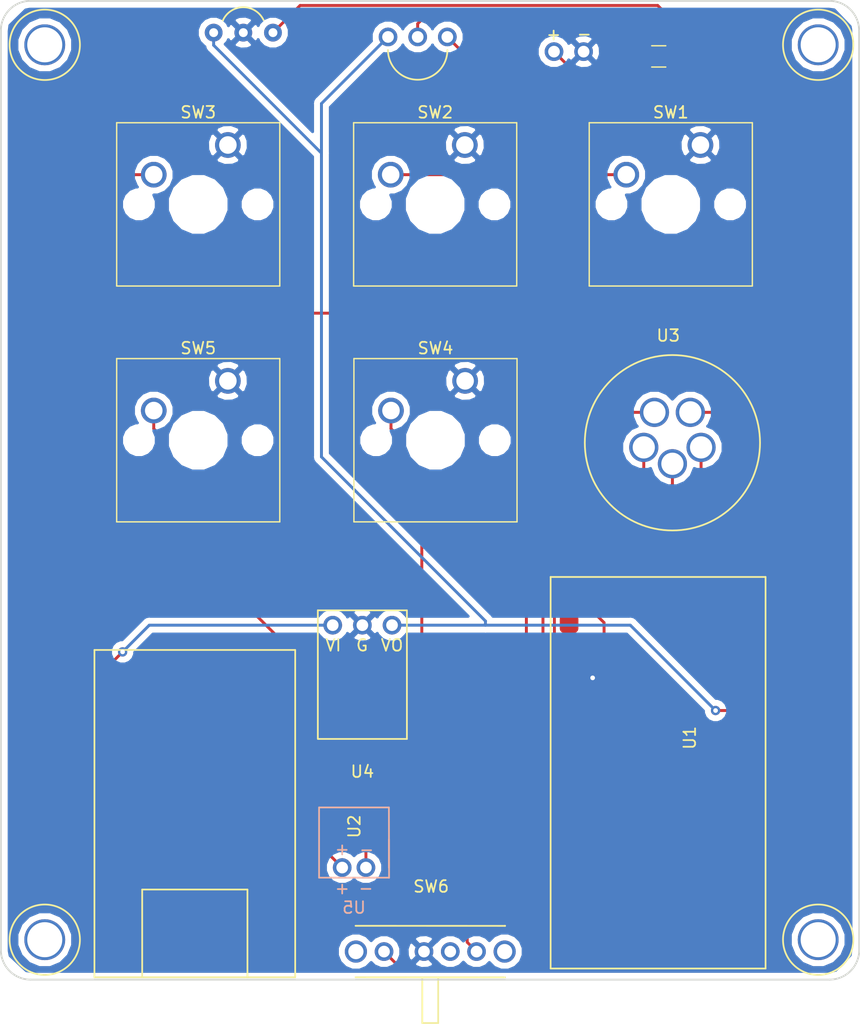
<source format=kicad_pcb>
(kicad_pcb (version 20171130) (host pcbnew 5.0.2+dfsg1-1~bpo9+1)

  (general
    (thickness 1.6)
    (drawings 8)
    (tracks 130)
    (zones 0)
    (modules 19)
    (nets 44)
  )

  (page A4)
  (layers
    (0 F.Cu signal)
    (31 B.Cu signal)
    (32 B.Adhes user)
    (33 F.Adhes user)
    (34 B.Paste user)
    (35 F.Paste user)
    (36 B.SilkS user)
    (37 F.SilkS user)
    (38 B.Mask user)
    (39 F.Mask user)
    (40 Dwgs.User user)
    (41 Cmts.User user)
    (42 Eco1.User user)
    (43 Eco2.User user)
    (44 Edge.Cuts user)
    (45 Margin user)
    (46 B.CrtYd user)
    (47 F.CrtYd user)
    (48 B.Fab user)
    (49 F.Fab user)
  )

  (setup
    (last_trace_width 0.25)
    (trace_clearance 0.2)
    (zone_clearance 0.508)
    (zone_45_only no)
    (trace_min 0.2)
    (segment_width 0.2)
    (edge_width 0.15)
    (via_size 0.8)
    (via_drill 0.4)
    (via_min_size 0.4)
    (via_min_drill 0.3)
    (uvia_size 0.3)
    (uvia_drill 0.1)
    (uvias_allowed no)
    (uvia_min_size 0.2)
    (uvia_min_drill 0.1)
    (pcb_text_width 0.3)
    (pcb_text_size 1.5 1.5)
    (mod_edge_width 0.15)
    (mod_text_size 1 1)
    (mod_text_width 0.15)
    (pad_size 1.524 1.524)
    (pad_drill 0.762)
    (pad_to_mask_clearance 0.051)
    (solder_mask_min_width 0.25)
    (aux_axis_origin 0 0)
    (visible_elements FFFFFF7F)
    (pcbplotparams
      (layerselection 0x010f0_ffffffff)
      (usegerberextensions false)
      (usegerberattributes false)
      (usegerberadvancedattributes false)
      (creategerberjobfile false)
      (excludeedgelayer true)
      (linewidth 0.100000)
      (plotframeref false)
      (viasonmask false)
      (mode 1)
      (useauxorigin false)
      (hpglpennumber 1)
      (hpglpenspeed 20)
      (hpglpendiameter 15.000000)
      (psnegative false)
      (psa4output false)
      (plotreference true)
      (plotvalue true)
      (plotinvisibletext false)
      (padsonsilk false)
      (subtractmaskfromsilk false)
      (outputformat 1)
      (mirror false)
      (drillshape 0)
      (scaleselection 1)
      (outputdirectory "gerbers/"))
  )

  (net 0 "")
  (net 1 "Net-(SW1-Pad2)")
  (net 2 "Net-(Q1-Pad1)")
  (net 3 "Net-(Q1-Pad2)")
  (net 4 "Net-(Q1-Pad3)")
  (net 5 "Net-(D1-Pad2)")
  (net 6 "Net-(D1-Pad1)")
  (net 7 "Net-(SW2-Pad2)")
  (net 8 "Net-(SW3-Pad2)")
  (net 9 "Net-(U2-Pad1)")
  (net 10 "Net-(U2-Pad2)")
  (net 11 "Net-(U2-Pad4)")
  (net 12 "Net-(U2-Pad5)")
  (net 13 "Net-(SW5-Pad2)")
  (net 14 "Net-(U1-Pad8)")
  (net 15 "Net-(U1-Pad10)")
  (net 16 "Net-(U1-Pad11)")
  (net 17 "Net-(U1-Pad12)")
  (net 18 "Net-(U1-Pad18)")
  (net 19 "Net-(U1-Pad14)")
  (net 20 "Net-(U1-Pad20)")
  (net 21 "Net-(U1-Pad21)")
  (net 22 "Net-(U1-Pad24)")
  (net 23 "Net-(U1-Pad22)")
  (net 24 "Net-(U1-Pad23)")
  (net 25 "Net-(U1-Pad15)")
  (net 26 "Net-(U1-Pad13)")
  (net 27 "Net-(U1-Pad17)")
  (net 28 "Net-(U1-Pad19)")
  (net 29 "Net-(U1-Pad25)")
  (net 30 "Net-(U1-Pad26)")
  (net 31 "Net-(U1-Pad27)")
  (net 32 "Net-(U1-Pad28)")
  (net 33 "Net-(U1-Pad29)")
  (net 34 "Net-(U1-Pad30)")
  (net 35 "Net-(SW6-Pad2)")
  (net 36 "Net-(U7-Pad1)")
  (net 37 "Net-(U8-Pad1)")
  (net 38 "Net-(U9-Pad1)")
  (net 39 "Net-(U10-Pad1)")
  (net 40 "Net-(SW6-Pad1)")
  (net 41 "Net-(SW6-Pad4)")
  (net 42 "Net-(U2-Pad3)")
  (net 43 "Net-(SW4-Pad2)")

  (net_class Default "This is the default net class."
    (clearance 0.2)
    (trace_width 0.25)
    (via_dia 0.8)
    (via_drill 0.4)
    (uvia_dia 0.3)
    (uvia_drill 0.1)
    (add_net "Net-(D1-Pad1)")
    (add_net "Net-(D1-Pad2)")
    (add_net "Net-(Q1-Pad1)")
    (add_net "Net-(Q1-Pad2)")
    (add_net "Net-(Q1-Pad3)")
    (add_net "Net-(SW1-Pad2)")
    (add_net "Net-(SW2-Pad2)")
    (add_net "Net-(SW3-Pad2)")
    (add_net "Net-(SW4-Pad2)")
    (add_net "Net-(SW5-Pad2)")
    (add_net "Net-(SW6-Pad1)")
    (add_net "Net-(SW6-Pad2)")
    (add_net "Net-(SW6-Pad4)")
    (add_net "Net-(U1-Pad10)")
    (add_net "Net-(U1-Pad11)")
    (add_net "Net-(U1-Pad12)")
    (add_net "Net-(U1-Pad13)")
    (add_net "Net-(U1-Pad14)")
    (add_net "Net-(U1-Pad15)")
    (add_net "Net-(U1-Pad17)")
    (add_net "Net-(U1-Pad18)")
    (add_net "Net-(U1-Pad19)")
    (add_net "Net-(U1-Pad20)")
    (add_net "Net-(U1-Pad21)")
    (add_net "Net-(U1-Pad22)")
    (add_net "Net-(U1-Pad23)")
    (add_net "Net-(U1-Pad24)")
    (add_net "Net-(U1-Pad25)")
    (add_net "Net-(U1-Pad26)")
    (add_net "Net-(U1-Pad27)")
    (add_net "Net-(U1-Pad28)")
    (add_net "Net-(U1-Pad29)")
    (add_net "Net-(U1-Pad30)")
    (add_net "Net-(U1-Pad8)")
    (add_net "Net-(U10-Pad1)")
    (add_net "Net-(U2-Pad1)")
    (add_net "Net-(U2-Pad2)")
    (add_net "Net-(U2-Pad3)")
    (add_net "Net-(U2-Pad4)")
    (add_net "Net-(U2-Pad5)")
    (add_net "Net-(U7-Pad1)")
    (add_net "Net-(U8-Pad1)")
    (add_net "Net-(U9-Pad1)")
  )

  (module Button_Switch_Keyboard:SW_Cherry_MX1A_1.00u_PCB (layer F.Cu) (tedit 5A02FE24) (tstamp 5DFA91F6)
    (at 163.1061 47.4853)
    (descr "Cherry MX keyswitch, MX1A, 1.00u, PCB mount, http://cherryamericas.com/wp-content/uploads/2014/12/mx_cat.pdf")
    (tags "cherry mx keyswitch MX1A 1.00u PCB")
    (path /5DB4587F)
    (fp_text reference SW1 (at -2.54 -2.794) (layer F.SilkS)
      (effects (font (size 1 1) (thickness 0.15)))
    )
    (fp_text value SW_Push (at -2.54 12.954) (layer F.Fab)
      (effects (font (size 1 1) (thickness 0.15)))
    )
    (fp_text user %R (at -2.54 -2.794) (layer F.Fab)
      (effects (font (size 1 1) (thickness 0.15)))
    )
    (fp_line (start -8.89 -1.27) (end 3.81 -1.27) (layer F.Fab) (width 0.15))
    (fp_line (start 3.81 -1.27) (end 3.81 11.43) (layer F.Fab) (width 0.15))
    (fp_line (start 3.81 11.43) (end -8.89 11.43) (layer F.Fab) (width 0.15))
    (fp_line (start -8.89 11.43) (end -8.89 -1.27) (layer F.Fab) (width 0.15))
    (fp_line (start -9.14 11.68) (end -9.14 -1.52) (layer F.CrtYd) (width 0.05))
    (fp_line (start 4.06 11.68) (end -9.14 11.68) (layer F.CrtYd) (width 0.05))
    (fp_line (start 4.06 -1.52) (end 4.06 11.68) (layer F.CrtYd) (width 0.05))
    (fp_line (start -9.14 -1.52) (end 4.06 -1.52) (layer F.CrtYd) (width 0.05))
    (fp_line (start -12.065 -4.445) (end 6.985 -4.445) (layer Dwgs.User) (width 0.15))
    (fp_line (start 6.985 -4.445) (end 6.985 14.605) (layer Dwgs.User) (width 0.15))
    (fp_line (start 6.985 14.605) (end -12.065 14.605) (layer Dwgs.User) (width 0.15))
    (fp_line (start -12.065 14.605) (end -12.065 -4.445) (layer Dwgs.User) (width 0.15))
    (fp_line (start -9.525 -1.905) (end 4.445 -1.905) (layer F.SilkS) (width 0.12))
    (fp_line (start 4.445 -1.905) (end 4.445 12.065) (layer F.SilkS) (width 0.12))
    (fp_line (start 4.445 12.065) (end -9.525 12.065) (layer F.SilkS) (width 0.12))
    (fp_line (start -9.525 12.065) (end -9.525 -1.905) (layer F.SilkS) (width 0.12))
    (pad 1 thru_hole circle (at 0 0) (size 2.2 2.2) (drill 1.5) (layers *.Cu *.Mask)
      (net 6 "Net-(D1-Pad1)"))
    (pad 2 thru_hole circle (at -6.35 2.54) (size 2.2 2.2) (drill 1.5) (layers *.Cu *.Mask)
      (net 1 "Net-(SW1-Pad2)"))
    (pad "" np_thru_hole circle (at -2.54 5.08) (size 4 4) (drill 4) (layers *.Cu *.Mask))
    (pad "" np_thru_hole circle (at -7.62 5.08) (size 1.7 1.7) (drill 1.7) (layers *.Cu *.Mask))
    (pad "" np_thru_hole circle (at 2.54 5.08) (size 1.7 1.7) (drill 1.7) (layers *.Cu *.Mask))
    (model ${KISYS3DMOD}/Button_Switch_Keyboard.3dshapes/SW_Cherry_MX1A_1.00u_PCB.wrl
      (at (xyz 0 0 0))
      (scale (xyz 1 1 1))
      (rotate (xyz 0 0 0))
    )
  )

  (module Resistor_SMD:R_1206_3216Metric (layer F.Cu) (tedit 5DD01AB4) (tstamp 5DFA7E8F)
    (at 159.5344 39.9034)
    (descr "Resistor SMD 1206 (3216 Metric), square (rectangular) end terminal, IPC_7351 nominal, (Body size source: http://www.tortai-tech.com/upload/download/2011102023233369053.pdf), generated with kicad-footprint-generator")
    (tags resistor)
    (path /5DC07E3A)
    (attr smd)
    (fp_text reference R1 (at 0 -1.82) (layer F.SilkS) hide
      (effects (font (size 1 1) (thickness 0.15)))
    )
    (fp_text value R (at 0 1.82) (layer F.Fab) hide
      (effects (font (size 1 1) (thickness 0.15)))
    )
    (fp_line (start -1.6 0.8) (end -1.6 -0.8) (layer F.Fab) (width 0.1))
    (fp_line (start -1.6 -0.8) (end 1.6 -0.8) (layer F.Fab) (width 0.1))
    (fp_line (start 1.6 -0.8) (end 1.6 0.8) (layer F.Fab) (width 0.1))
    (fp_line (start 1.6 0.8) (end -1.6 0.8) (layer F.Fab) (width 0.1))
    (fp_line (start -0.602064 -0.91) (end 0.602064 -0.91) (layer F.SilkS) (width 0.12))
    (fp_line (start -0.602064 0.91) (end 0.602064 0.91) (layer F.SilkS) (width 0.12))
    (fp_line (start -2.28 1.12) (end -2.28 -1.12) (layer F.CrtYd) (width 0.05))
    (fp_line (start -2.28 -1.12) (end 2.28 -1.12) (layer F.CrtYd) (width 0.05))
    (fp_line (start 2.28 -1.12) (end 2.28 1.12) (layer F.CrtYd) (width 0.05))
    (fp_line (start 2.28 1.12) (end -2.28 1.12) (layer F.CrtYd) (width 0.05))
    (fp_text user %R (at 0 0) (layer F.Fab)
      (effects (font (size 0.8 0.8) (thickness 0.12)))
    )
    (pad 1 smd roundrect (at -1.4 0) (size 1.25 1.75) (layers F.Cu F.Paste F.Mask) (roundrect_rratio 0.2)
      (net 5 "Net-(D1-Pad2)"))
    (pad 2 smd roundrect (at 1.4 0) (size 1.25 1.75) (layers F.Cu F.Paste F.Mask) (roundrect_rratio 0.2)
      (net 2 "Net-(Q1-Pad1)"))
    (model ${KISYS3DMOD}/Resistor_SMD.3dshapes/R_1206_3216Metric.wrl
      (at (xyz 0 0 0))
      (scale (xyz 1 1 1))
      (rotate (xyz 0 0 0))
    )
  )

  (module Button_Switch_Keyboard:SW_Cherry_MX1A_1.00u_PCB (layer F.Cu) (tedit 5A02FE24) (tstamp 5DCB8E4C)
    (at 142.9258 47.4853)
    (descr "Cherry MX keyswitch, MX1A, 1.00u, PCB mount, http://cherryamericas.com/wp-content/uploads/2014/12/mx_cat.pdf")
    (tags "cherry mx keyswitch MX1A 1.00u PCB")
    (path /5DBEF835)
    (fp_text reference SW2 (at -2.54 -2.794) (layer F.SilkS)
      (effects (font (size 1 1) (thickness 0.15)))
    )
    (fp_text value SW_Push (at -2.54 12.954) (layer F.Fab)
      (effects (font (size 1 1) (thickness 0.15)))
    )
    (fp_text user %R (at -2.54 -2.794) (layer F.Fab)
      (effects (font (size 1 1) (thickness 0.15)))
    )
    (fp_line (start -8.89 -1.27) (end 3.81 -1.27) (layer F.Fab) (width 0.15))
    (fp_line (start 3.81 -1.27) (end 3.81 11.43) (layer F.Fab) (width 0.15))
    (fp_line (start 3.81 11.43) (end -8.89 11.43) (layer F.Fab) (width 0.15))
    (fp_line (start -8.89 11.43) (end -8.89 -1.27) (layer F.Fab) (width 0.15))
    (fp_line (start -9.14 11.68) (end -9.14 -1.52) (layer F.CrtYd) (width 0.05))
    (fp_line (start 4.06 11.68) (end -9.14 11.68) (layer F.CrtYd) (width 0.05))
    (fp_line (start 4.06 -1.52) (end 4.06 11.68) (layer F.CrtYd) (width 0.05))
    (fp_line (start -9.14 -1.52) (end 4.06 -1.52) (layer F.CrtYd) (width 0.05))
    (fp_line (start -12.065 -4.445) (end 6.985 -4.445) (layer Dwgs.User) (width 0.15))
    (fp_line (start 6.985 -4.445) (end 6.985 14.605) (layer Dwgs.User) (width 0.15))
    (fp_line (start 6.985 14.605) (end -12.065 14.605) (layer Dwgs.User) (width 0.15))
    (fp_line (start -12.065 14.605) (end -12.065 -4.445) (layer Dwgs.User) (width 0.15))
    (fp_line (start -9.525 -1.905) (end 4.445 -1.905) (layer F.SilkS) (width 0.12))
    (fp_line (start 4.445 -1.905) (end 4.445 12.065) (layer F.SilkS) (width 0.12))
    (fp_line (start 4.445 12.065) (end -9.525 12.065) (layer F.SilkS) (width 0.12))
    (fp_line (start -9.525 12.065) (end -9.525 -1.905) (layer F.SilkS) (width 0.12))
    (pad 1 thru_hole circle (at 0 0) (size 2.2 2.2) (drill 1.5) (layers *.Cu *.Mask)
      (net 6 "Net-(D1-Pad1)"))
    (pad 2 thru_hole circle (at -6.35 2.54) (size 2.2 2.2) (drill 1.5) (layers *.Cu *.Mask)
      (net 7 "Net-(SW2-Pad2)"))
    (pad "" np_thru_hole circle (at -2.54 5.08) (size 4 4) (drill 4) (layers *.Cu *.Mask))
    (pad "" np_thru_hole circle (at -7.62 5.08) (size 1.7 1.7) (drill 1.7) (layers *.Cu *.Mask))
    (pad "" np_thru_hole circle (at 2.54 5.08) (size 1.7 1.7) (drill 1.7) (layers *.Cu *.Mask))
    (model ${KISYS3DMOD}/Button_Switch_Keyboard.3dshapes/SW_Cherry_MX1A_1.00u_PCB.wrl
      (at (xyz 0 0 0))
      (scale (xyz 1 1 1))
      (rotate (xyz 0 0 0))
    )
  )

  (module Button_Switch_Keyboard:SW_Cherry_MX1A_1.00u_PCB (layer F.Cu) (tedit 5A02FE24) (tstamp 5DFA8BFD)
    (at 122.6312 47.4853)
    (descr "Cherry MX keyswitch, MX1A, 1.00u, PCB mount, http://cherryamericas.com/wp-content/uploads/2014/12/mx_cat.pdf")
    (tags "cherry mx keyswitch MX1A 1.00u PCB")
    (path /5DBEF87E)
    (fp_text reference SW3 (at -2.54 -2.794) (layer F.SilkS)
      (effects (font (size 1 1) (thickness 0.15)))
    )
    (fp_text value SW_Push (at -2.54 12.954) (layer F.Fab)
      (effects (font (size 1 1) (thickness 0.15)))
    )
    (fp_line (start -9.525 12.065) (end -9.525 -1.905) (layer F.SilkS) (width 0.12))
    (fp_line (start 4.445 12.065) (end -9.525 12.065) (layer F.SilkS) (width 0.12))
    (fp_line (start 4.445 -1.905) (end 4.445 12.065) (layer F.SilkS) (width 0.12))
    (fp_line (start -9.525 -1.905) (end 4.445 -1.905) (layer F.SilkS) (width 0.12))
    (fp_line (start -12.065 14.605) (end -12.065 -4.445) (layer Dwgs.User) (width 0.15))
    (fp_line (start 6.985 14.605) (end -12.065 14.605) (layer Dwgs.User) (width 0.15))
    (fp_line (start 6.985 -4.445) (end 6.985 14.605) (layer Dwgs.User) (width 0.15))
    (fp_line (start -12.065 -4.445) (end 6.985 -4.445) (layer Dwgs.User) (width 0.15))
    (fp_line (start -9.14 -1.52) (end 4.06 -1.52) (layer F.CrtYd) (width 0.05))
    (fp_line (start 4.06 -1.52) (end 4.06 11.68) (layer F.CrtYd) (width 0.05))
    (fp_line (start 4.06 11.68) (end -9.14 11.68) (layer F.CrtYd) (width 0.05))
    (fp_line (start -9.14 11.68) (end -9.14 -1.52) (layer F.CrtYd) (width 0.05))
    (fp_line (start -8.89 11.43) (end -8.89 -1.27) (layer F.Fab) (width 0.15))
    (fp_line (start 3.81 11.43) (end -8.89 11.43) (layer F.Fab) (width 0.15))
    (fp_line (start 3.81 -1.27) (end 3.81 11.43) (layer F.Fab) (width 0.15))
    (fp_line (start -8.89 -1.27) (end 3.81 -1.27) (layer F.Fab) (width 0.15))
    (fp_text user %R (at -2.54 -2.794) (layer F.Fab)
      (effects (font (size 1 1) (thickness 0.15)))
    )
    (pad "" np_thru_hole circle (at 2.54 5.08) (size 1.7 1.7) (drill 1.7) (layers *.Cu *.Mask))
    (pad "" np_thru_hole circle (at -7.62 5.08) (size 1.7 1.7) (drill 1.7) (layers *.Cu *.Mask))
    (pad "" np_thru_hole circle (at -2.54 5.08) (size 4 4) (drill 4) (layers *.Cu *.Mask))
    (pad 2 thru_hole circle (at -6.35 2.54) (size 2.2 2.2) (drill 1.5) (layers *.Cu *.Mask)
      (net 8 "Net-(SW3-Pad2)"))
    (pad 1 thru_hole circle (at 0 0) (size 2.2 2.2) (drill 1.5) (layers *.Cu *.Mask)
      (net 6 "Net-(D1-Pad1)"))
    (model ${KISYS3DMOD}/Button_Switch_Keyboard.3dshapes/SW_Cherry_MX1A_1.00u_PCB.wrl
      (at (xyz 0 0 0))
      (scale (xyz 1 1 1))
      (rotate (xyz 0 0 0))
    )
  )

  (module Button_Switch_Keyboard:SW_Cherry_MX1A_1.00u_PCB (layer F.Cu) (tedit 5A02FE24) (tstamp 5DFA8ACE)
    (at 142.9512 67.6656)
    (descr "Cherry MX keyswitch, MX1A, 1.00u, PCB mount, http://cherryamericas.com/wp-content/uploads/2014/12/mx_cat.pdf")
    (tags "cherry mx keyswitch MX1A 1.00u PCB")
    (path /5DBEF8A8)
    (fp_text reference SW4 (at -2.54 -2.794) (layer F.SilkS)
      (effects (font (size 1 1) (thickness 0.15)))
    )
    (fp_text value SW_Push (at -2.54 12.954) (layer F.Fab)
      (effects (font (size 1 1) (thickness 0.15)))
    )
    (fp_text user %R (at -2.54 -2.794) (layer F.Fab)
      (effects (font (size 1 1) (thickness 0.15)))
    )
    (fp_line (start -8.89 -1.27) (end 3.81 -1.27) (layer F.Fab) (width 0.15))
    (fp_line (start 3.81 -1.27) (end 3.81 11.43) (layer F.Fab) (width 0.15))
    (fp_line (start 3.81 11.43) (end -8.89 11.43) (layer F.Fab) (width 0.15))
    (fp_line (start -8.89 11.43) (end -8.89 -1.27) (layer F.Fab) (width 0.15))
    (fp_line (start -9.14 11.68) (end -9.14 -1.52) (layer F.CrtYd) (width 0.05))
    (fp_line (start 4.06 11.68) (end -9.14 11.68) (layer F.CrtYd) (width 0.05))
    (fp_line (start 4.06 -1.52) (end 4.06 11.68) (layer F.CrtYd) (width 0.05))
    (fp_line (start -9.14 -1.52) (end 4.06 -1.52) (layer F.CrtYd) (width 0.05))
    (fp_line (start -12.065 -4.445) (end 6.985 -4.445) (layer Dwgs.User) (width 0.15))
    (fp_line (start 6.985 -4.445) (end 6.985 14.605) (layer Dwgs.User) (width 0.15))
    (fp_line (start 6.985 14.605) (end -12.065 14.605) (layer Dwgs.User) (width 0.15))
    (fp_line (start -12.065 14.605) (end -12.065 -4.445) (layer Dwgs.User) (width 0.15))
    (fp_line (start -9.525 -1.905) (end 4.445 -1.905) (layer F.SilkS) (width 0.12))
    (fp_line (start 4.445 -1.905) (end 4.445 12.065) (layer F.SilkS) (width 0.12))
    (fp_line (start 4.445 12.065) (end -9.525 12.065) (layer F.SilkS) (width 0.12))
    (fp_line (start -9.525 12.065) (end -9.525 -1.905) (layer F.SilkS) (width 0.12))
    (pad 1 thru_hole circle (at 0 0) (size 2.2 2.2) (drill 1.5) (layers *.Cu *.Mask)
      (net 6 "Net-(D1-Pad1)"))
    (pad 2 thru_hole circle (at -6.35 2.54) (size 2.2 2.2) (drill 1.5) (layers *.Cu *.Mask)
      (net 43 "Net-(SW4-Pad2)"))
    (pad "" np_thru_hole circle (at -2.54 5.08) (size 4 4) (drill 4) (layers *.Cu *.Mask))
    (pad "" np_thru_hole circle (at -7.62 5.08) (size 1.7 1.7) (drill 1.7) (layers *.Cu *.Mask))
    (pad "" np_thru_hole circle (at 2.54 5.08) (size 1.7 1.7) (drill 1.7) (layers *.Cu *.Mask))
    (model ${KISYS3DMOD}/Button_Switch_Keyboard.3dshapes/SW_Cherry_MX1A_1.00u_PCB.wrl
      (at (xyz 0 0 0))
      (scale (xyz 1 1 1))
      (rotate (xyz 0 0 0))
    )
  )

  (module Button_Switch_Keyboard:SW_Cherry_MX1A_1.00u_PCB (layer F.Cu) (tedit 5A02FE24) (tstamp 5DFA8DDD)
    (at 122.6312 67.6656)
    (descr "Cherry MX keyswitch, MX1A, 1.00u, PCB mount, http://cherryamericas.com/wp-content/uploads/2014/12/mx_cat.pdf")
    (tags "cherry mx keyswitch MX1A 1.00u PCB")
    (path /5DC3622E)
    (fp_text reference SW5 (at -2.54 -2.794) (layer F.SilkS)
      (effects (font (size 1 1) (thickness 0.15)))
    )
    (fp_text value SW_Push (at -2.54 12.954) (layer F.Fab)
      (effects (font (size 1 1) (thickness 0.15)))
    )
    (fp_text user %R (at -2.54 -2.794) (layer F.Fab)
      (effects (font (size 1 1) (thickness 0.15)))
    )
    (fp_line (start -8.89 -1.27) (end 3.81 -1.27) (layer F.Fab) (width 0.15))
    (fp_line (start 3.81 -1.27) (end 3.81 11.43) (layer F.Fab) (width 0.15))
    (fp_line (start 3.81 11.43) (end -8.89 11.43) (layer F.Fab) (width 0.15))
    (fp_line (start -8.89 11.43) (end -8.89 -1.27) (layer F.Fab) (width 0.15))
    (fp_line (start -9.14 11.68) (end -9.14 -1.52) (layer F.CrtYd) (width 0.05))
    (fp_line (start 4.06 11.68) (end -9.14 11.68) (layer F.CrtYd) (width 0.05))
    (fp_line (start 4.06 -1.52) (end 4.06 11.68) (layer F.CrtYd) (width 0.05))
    (fp_line (start -9.14 -1.52) (end 4.06 -1.52) (layer F.CrtYd) (width 0.05))
    (fp_line (start -12.065 -4.445) (end 6.985 -4.445) (layer Dwgs.User) (width 0.15))
    (fp_line (start 6.985 -4.445) (end 6.985 14.605) (layer Dwgs.User) (width 0.15))
    (fp_line (start 6.985 14.605) (end -12.065 14.605) (layer Dwgs.User) (width 0.15))
    (fp_line (start -12.065 14.605) (end -12.065 -4.445) (layer Dwgs.User) (width 0.15))
    (fp_line (start -9.525 -1.905) (end 4.445 -1.905) (layer F.SilkS) (width 0.12))
    (fp_line (start 4.445 -1.905) (end 4.445 12.065) (layer F.SilkS) (width 0.12))
    (fp_line (start 4.445 12.065) (end -9.525 12.065) (layer F.SilkS) (width 0.12))
    (fp_line (start -9.525 12.065) (end -9.525 -1.905) (layer F.SilkS) (width 0.12))
    (pad 1 thru_hole circle (at 0 0) (size 2.2 2.2) (drill 1.5) (layers *.Cu *.Mask)
      (net 6 "Net-(D1-Pad1)"))
    (pad 2 thru_hole circle (at -6.35 2.54) (size 2.2 2.2) (drill 1.5) (layers *.Cu *.Mask)
      (net 13 "Net-(SW5-Pad2)"))
    (pad "" np_thru_hole circle (at -2.54 5.08) (size 4 4) (drill 4) (layers *.Cu *.Mask))
    (pad "" np_thru_hole circle (at -7.62 5.08) (size 1.7 1.7) (drill 1.7) (layers *.Cu *.Mask))
    (pad "" np_thru_hole circle (at 2.54 5.08) (size 1.7 1.7) (drill 1.7) (layers *.Cu *.Mask))
    (model ${KISYS3DMOD}/Button_Switch_Keyboard.3dshapes/SW_Cherry_MX1A_1.00u_PCB.wrl
      (at (xyz 0 0 0))
      (scale (xyz 1 1 1))
      (rotate (xyz 0 0 0))
    )
  )

  (module power_bank_boards:USB_C_SMD_lipo_charger_custom (layer F.Cu) (tedit 5DD01ACC) (tstamp 5DE40484)
    (at 119.7991 116.8273)
    (path /5DC08C03)
    (fp_text reference U2 (at 13.6652 -11.0363 90) (layer F.SilkS)
      (effects (font (size 1 1) (thickness 0.15)))
    )
    (fp_text value USB_C_lipo_charger_custom (at 11.1633 -11.3919 90) (layer F.Fab) hide
      (effects (font (size 1 1) (thickness 0.15)))
    )
    (fp_line (start -8.5979 1.8669) (end 8.5979 1.8669) (layer F.SilkS) (width 0.15))
    (fp_line (start 8.5979 1.8669) (end 8.5979 -26.1366) (layer F.SilkS) (width 0.15))
    (fp_line (start -8.5979 1.8669) (end -8.5979 -26.1366) (layer F.SilkS) (width 0.15))
    (fp_line (start -8.5979 -26.1366) (end 8.5979 -26.1366) (layer F.SilkS) (width 0.15))
    (fp_line (start -4.5085 1.8669) (end -4.5085 -5.6388) (layer F.SilkS) (width 0.15))
    (fp_line (start -4.5085 -5.6388) (end 4.5085 -5.6388) (layer F.SilkS) (width 0.15))
    (fp_line (start 4.5085 -5.6388) (end 4.5085 1.8669) (layer F.SilkS) (width 0.15))
    (pad 1 smd roundrect (at -6.8453 0) (size 1.6 1.6) (layers F.Cu F.Paste F.Mask) (roundrect_rratio 0.25)
      (net 9 "Net-(U2-Pad1)"))
    (pad 2 smd roundrect (at 6.8707 0.0127) (size 1.6 1.6) (layers F.Cu F.Paste F.Mask) (roundrect_rratio 0.25)
      (net 10 "Net-(U2-Pad2)"))
    (pad 3 smd roundrect (at -6.9215 -22.7838) (size 1.6 1.6) (layers F.Cu F.Paste F.Mask) (roundrect_rratio 0.25)
      (net 42 "Net-(U2-Pad3)"))
    (pad 4 smd roundrect (at -3.6703 -22.7838) (size 1.6 1.6) (layers F.Cu F.Paste F.Mask) (roundrect_rratio 0.25)
      (net 11 "Net-(U2-Pad4)"))
    (pad 6 smd roundrect (at 6.9342 -22.8473) (size 1.6 1.6) (layers F.Cu F.Paste F.Mask) (roundrect_rratio 0.25)
      (net 40 "Net-(SW6-Pad1)"))
    (pad 5 smd roundrect (at 3.3147 -22.8473) (size 1.6 1.6) (layers F.Cu F.Paste F.Mask) (roundrect_rratio 0.25)
      (net 12 "Net-(U2-Pad5)"))
  )

  (module LED_custom:through_hole_led (layer F.Cu) (tedit 5DD01A9E) (tstamp 5DF03459)
    (at 151.8285 39.497)
    (path /5DBEF92A)
    (fp_text reference D1 (at -0.07112 -4.66852) (layer F.SilkS) hide
      (effects (font (size 1 1) (thickness 0.15)))
    )
    (fp_text value LED (at 0 -3.19024) (layer F.Fab) hide
      (effects (font (size 1 1) (thickness 0.15)))
    )
    (fp_text user + (at -1.2954 -1.49098) (layer F.SilkS)
      (effects (font (size 1 1) (thickness 0.15)))
    )
    (fp_text user - (at 1.32588 -1.52908) (layer F.SilkS)
      (effects (font (size 1 1) (thickness 0.15)))
    )
    (pad 2 thru_hole circle (at -1.26492 0) (size 1.6 1.6) (drill 1) (layers *.Cu *.Mask)
      (net 5 "Net-(D1-Pad2)"))
    (pad 1 thru_hole circle (at 1.27 0) (size 1.6 1.6) (drill 1) (layers *.Cu *.Mask)
      (net 6 "Net-(D1-Pad1)"))
  )

  (module arduino:arduino_pro_mini_SMD (layer F.Cu) (tedit 5DC47725) (tstamp 5DFA84C8)
    (at 151.8539 102.4128 90)
    (path /5DC33FFA)
    (fp_text reference U1 (at 4.20116 10.3378 90) (layer F.SilkS)
      (effects (font (size 1 1) (thickness 0.15)))
    )
    (fp_text value arduino_pro_mini (at -0.09652 7.65556 90) (layer F.Fab)
      (effects (font (size 1 1) (thickness 0.15)))
    )
    (fp_line (start -15.53464 -1.57988) (end 17.96796 -1.57988) (layer F.SilkS) (width 0.15))
    (fp_line (start -15.53464 16.83004) (end 17.96796 16.83004) (layer F.SilkS) (width 0.15))
    (fp_line (start 17.96796 -1.58496) (end 17.96796 16.83004) (layer F.SilkS) (width 0.15))
    (fp_line (start -15.53464 -1.57988) (end -15.53464 16.83512) (layer F.SilkS) (width 0.15))
    (pad 1 smd roundrect (at -13.97 0 90) (size 1.6 1.6) (layers F.Cu F.Paste F.Mask) (roundrect_rratio 0.25)
      (net 41 "Net-(SW6-Pad4)"))
    (pad 2 smd roundrect (at -11.43 0 90) (size 1.6 1.6) (layers F.Cu F.Paste F.Mask) (roundrect_rratio 0.25)
      (net 13 "Net-(SW5-Pad2)"))
    (pad 3 smd roundrect (at -8.89 0 90) (size 1.6 1.6) (layers F.Cu F.Paste F.Mask) (roundrect_rratio 0.25)
      (net 43 "Net-(SW4-Pad2)"))
    (pad 4 smd roundrect (at -6.35 0 90) (size 1.6 1.6) (layers F.Cu F.Paste F.Mask) (roundrect_rratio 0.25)
      (net 8 "Net-(SW3-Pad2)"))
    (pad 5 smd roundrect (at -3.81 0 90) (size 1.6 1.6) (layers F.Cu F.Paste F.Mask) (roundrect_rratio 0.25)
      (net 7 "Net-(SW2-Pad2)"))
    (pad 6 smd roundrect (at -1.27 0 90) (size 1.6 1.6) (layers F.Cu F.Paste F.Mask) (roundrect_rratio 0.25)
      (net 1 "Net-(SW1-Pad2)"))
    (pad 7 smd roundrect (at 1.27 0 90) (size 1.6 1.6) (layers F.Cu F.Paste F.Mask) (roundrect_rratio 0.25)
      (net 3 "Net-(Q1-Pad2)"))
    (pad 8 smd roundrect (at 3.81 0 90) (size 1.6 1.6) (layers F.Cu F.Paste F.Mask) (roundrect_rratio 0.25)
      (net 14 "Net-(U1-Pad8)"))
    (pad 9 smd roundrect (at 6.35 0 90) (size 1.6 1.6) (layers F.Cu F.Paste F.Mask) (roundrect_rratio 0.25)
      (net 6 "Net-(D1-Pad1)"))
    (pad 10 smd roundrect (at 8.89 0 90) (size 1.6 1.6) (layers F.Cu F.Paste F.Mask) (roundrect_rratio 0.25)
      (net 15 "Net-(U1-Pad10)"))
    (pad 11 smd roundrect (at 11.43 0 90) (size 1.6 1.6) (layers F.Cu F.Paste F.Mask) (roundrect_rratio 0.25)
      (net 16 "Net-(U1-Pad11)"))
    (pad 12 smd roundrect (at 13.97 0 90) (size 1.6 1.6) (layers F.Cu F.Paste F.Mask) (roundrect_rratio 0.25)
      (net 17 "Net-(U1-Pad12)"))
    (pad 18 smd roundrect (at 1.27 15.24 90) (size 1.6 1.6) (layers F.Cu F.Paste F.Mask) (roundrect_rratio 0.25)
      (net 18 "Net-(U1-Pad18)"))
    (pad 14 smd roundrect (at 11.43 15.24 90) (size 1.6 1.6) (layers F.Cu F.Paste F.Mask) (roundrect_rratio 0.25)
      (net 19 "Net-(U1-Pad14)"))
    (pad 20 smd roundrect (at -3.81 15.24 90) (size 1.6 1.6) (layers F.Cu F.Paste F.Mask) (roundrect_rratio 0.25)
      (net 20 "Net-(U1-Pad20)"))
    (pad 21 smd roundrect (at -6.35 15.24 90) (size 1.6 1.6) (layers F.Cu F.Paste F.Mask) (roundrect_rratio 0.25)
      (net 21 "Net-(U1-Pad21)"))
    (pad 24 smd roundrect (at -13.97 15.24 90) (size 1.6 1.6) (layers F.Cu F.Paste F.Mask) (roundrect_rratio 0.25)
      (net 22 "Net-(U1-Pad24)"))
    (pad 22 smd roundrect (at -8.89 15.24 90) (size 1.6 1.6) (layers F.Cu F.Paste F.Mask) (roundrect_rratio 0.25)
      (net 23 "Net-(U1-Pad22)"))
    (pad 23 smd roundrect (at -11.43 15.24 90) (size 1.6 1.6) (layers F.Cu F.Paste F.Mask) (roundrect_rratio 0.25)
      (net 24 "Net-(U1-Pad23)"))
    (pad 15 smd roundrect (at 8.89 15.24 90) (size 1.6 1.6) (layers F.Cu F.Paste F.Mask) (roundrect_rratio 0.25)
      (net 25 "Net-(U1-Pad15)"))
    (pad 16 smd roundrect (at 6.35 15.24 90) (size 1.6 1.6) (layers F.Cu F.Paste F.Mask) (roundrect_rratio 0.25)
      (net 4 "Net-(Q1-Pad3)"))
    (pad 13 smd roundrect (at 13.97 15.24 90) (size 1.6 1.6) (layers F.Cu F.Paste F.Mask) (roundrect_rratio 0.25)
      (net 26 "Net-(U1-Pad13)"))
    (pad 17 smd roundrect (at 3.81 15.24 90) (size 1.6 1.6) (layers F.Cu F.Paste F.Mask) (roundrect_rratio 0.25)
      (net 27 "Net-(U1-Pad17)"))
    (pad 19 smd roundrect (at -1.27 15.24 90) (size 1.6 1.6) (layers F.Cu F.Paste F.Mask) (roundrect_rratio 0.25)
      (net 28 "Net-(U1-Pad19)"))
    (pad 25 smd roundrect (at 16.51 1.27 90) (size 1.6 1.6) (layers F.Cu F.Paste F.Mask) (roundrect_rratio 0.25)
      (net 29 "Net-(U1-Pad25)"))
    (pad 26 smd roundrect (at 16.51 3.81 90) (size 1.6 1.6) (layers F.Cu F.Paste F.Mask) (roundrect_rratio 0.25)
      (net 30 "Net-(U1-Pad26)"))
    (pad 27 smd roundrect (at 16.51 6.35 90) (size 1.6 1.6) (layers F.Cu F.Paste F.Mask) (roundrect_rratio 0.25)
      (net 31 "Net-(U1-Pad27)"))
    (pad 28 smd roundrect (at 16.51 8.89 90) (size 1.6 1.6) (layers F.Cu F.Paste F.Mask) (roundrect_rratio 0.25)
      (net 32 "Net-(U1-Pad28)"))
    (pad 29 smd roundrect (at 16.51 11.43 90) (size 1.6 1.6) (layers F.Cu F.Paste F.Mask) (roundrect_rratio 0.25)
      (net 33 "Net-(U1-Pad29)"))
    (pad 30 smd roundrect (at 16.51 13.97 90) (size 1.6 1.6) (layers F.Cu F.Paste F.Mask) (roundrect_rratio 0.25)
      (net 34 "Net-(U1-Pad30)"))
  )

  (module transistor_custom:2n2222 (layer F.Cu) (tedit 5DD01AAB) (tstamp 5DF03526)
    (at 138.8872 38.2397 180)
    (path /5DBEFDC6)
    (fp_text reference Q1 (at -0.02286 -5.65912 180) (layer F.SilkS) hide
      (effects (font (size 1 1) (thickness 0.15)))
    )
    (fp_text value 2N2219 (at -0.0381 -7.53364 180) (layer F.Fab) hide
      (effects (font (size 1 1) (thickness 0.15)))
    )
    (fp_arc (start 0 -1.11506) (end 2.54508 -1.11506) (angle -180) (layer F.SilkS) (width 0.15))
    (pad 1 thru_hole circle (at 0 0 180) (size 1.6 1.6) (drill 1) (layers *.Cu *.Mask)
      (net 2 "Net-(Q1-Pad1)"))
    (pad 2 thru_hole circle (at -2.54 0 180) (size 1.6 1.6) (drill 1) (layers *.Cu *.Mask)
      (net 3 "Net-(Q1-Pad2)"))
    (pad 3 thru_hole circle (at 2.54 0 180) (size 1.6 1.6) (drill 1) (layers *.Cu *.Mask)
      (net 4 "Net-(Q1-Pad3)"))
  )

  (module custom_connectors:gx-12_5pin (layer F.Cu) (tedit 5DD01AC2) (tstamp 5DD72786)
    (at 160.7058 72.9615)
    (path /5DC70EDD)
    (fp_text reference U3 (at -0.3556 -9.1694) (layer F.SilkS)
      (effects (font (size 1 1) (thickness 0.15)))
    )
    (fp_text value ftdi_custom (at 0.17272 -11.54684) (layer F.Fab) hide
      (effects (font (size 1 1) (thickness 0.15)))
    )
    (fp_circle (center 0 0) (end 7.50316 0) (layer F.SilkS) (width 0.15))
    (pad 5 thru_hole circle (at -1.53924 -2.60096) (size 2.5 2.5) (drill 1.9) (layers *.Cu *.Mask)
      (net 29 "Net-(U1-Pad25)"))
    (pad 1 thru_hole circle (at 1.53416 -2.60096) (size 2.5 2.5) (drill 1.9) (layers *.Cu *.Mask)
      (net 33 "Net-(U1-Pad29)"))
    (pad 4 thru_hole circle (at -2.45364 0.39624 180) (size 2.5 2.5) (drill 1.9) (layers *.Cu *.Mask)
      (net 30 "Net-(U1-Pad26)"))
    (pad 2 thru_hole circle (at 2.45364 0.39624) (size 2.5 2.5) (drill 1.9) (layers *.Cu *.Mask)
      (net 32 "Net-(U1-Pad28)"))
    (pad 3 thru_hole circle (at 0 1.79832) (size 2.5 2.5) (drill 1.9) (layers *.Cu *.Mask)
      (net 31 "Net-(U1-Pad27)"))
  )

  (module power_bank_boards:Tiny_boost_orange (layer F.Cu) (tedit 5DD01AC9) (tstamp 5DFA96BB)
    (at 134.1501 88.5698 180)
    (path /5DCAB050)
    (fp_text reference U4 (at 0 -12.53236 180) (layer F.SilkS)
      (effects (font (size 1 1) (thickness 0.15)))
    )
    (fp_text value tiny_boost_custom (at -0.0254 -11.049 180) (layer F.Fab) hide
      (effects (font (size 1 1) (thickness 0.15)))
    )
    (fp_text user VI (at 2.4892 -1.72212 180) (layer F.SilkS)
      (effects (font (size 1 1) (thickness 0.15)))
    )
    (fp_text user VO (at -2.54 -1.72212 180) (layer F.SilkS)
      (effects (font (size 1 1) (thickness 0.15)))
    )
    (fp_text user G (at 0.0254 -1.72212 180) (layer F.SilkS)
      (effects (font (size 1 1) (thickness 0.15)))
    )
    (fp_line (start -3.81508 1.27) (end -3.81508 -9.73328) (layer F.SilkS) (width 0.15))
    (fp_line (start -3.81 1.27) (end 3.81 1.27) (layer F.SilkS) (width 0.15))
    (fp_line (start 3.81508 1.27508) (end 3.81508 -9.7282) (layer F.SilkS) (width 0.15))
    (fp_line (start -3.82016 -9.73328) (end 3.79984 -9.73328) (layer F.SilkS) (width 0.15))
    (pad 1 thru_hole circle (at 2.54 0 180) (size 1.6 1.6) (drill 1) (layers *.Cu *.Mask)
      (net 42 "Net-(U2-Pad3)"))
    (pad 2 thru_hole circle (at 0 0 180) (size 1.6 1.6) (drill 1) (layers *.Cu *.Mask)
      (net 6 "Net-(D1-Pad1)"))
    (pad 3 thru_hole circle (at -2.54 0 180) (size 1.6 1.6) (drill 1) (layers *.Cu *.Mask)
      (net 4 "Net-(Q1-Pad3)"))
  )

  (module battery_connector_custom:jst_2pin_right_angle (layer B.Cu) (tedit 5DD01AD1) (tstamp 5DEE8B90)
    (at 133.4389 109.3089 180)
    (path /5DCACBB5)
    (fp_text reference U5 (at 0 -3.429 180) (layer B.SilkS)
      (effects (font (size 1 1) (thickness 0.15)) (justify mirror))
    )
    (fp_text value battery_custom (at -4.318 0 90) (layer B.Fab) hide
      (effects (font (size 1 1) (thickness 0.15)) (justify mirror))
    )
    (fp_line (start -2.9845 0) (end -2.9845 2.413) (layer B.SilkS) (width 0.15))
    (fp_text user + (at 1.016 1.5875 180) (layer B.SilkS)
      (effects (font (size 1 1) (thickness 0.15)) (justify mirror))
    )
    (fp_text user _ (at -1.0795 2.032 180) (layer B.SilkS)
      (effects (font (size 1 1) (thickness 0.15)) (justify mirror))
    )
    (fp_text user - (at -1.016 -1.7526 180) (layer B.SilkS)
      (effects (font (size 1 1) (thickness 0.15)) (justify mirror))
    )
    (fp_text user + (at 1.016 -1.7653 180) (layer B.SilkS)
      (effects (font (size 1 1) (thickness 0.15)) (justify mirror))
    )
    (fp_line (start -2.9845 -0.8636) (end 2.9972 -0.8636) (layer B.SilkS) (width 0.15))
    (fp_line (start 2.9972 -0.8636) (end 2.9972 5.1435) (layer B.SilkS) (width 0.15))
    (fp_line (start 2.9972 5.1435) (end -2.9845 5.1435) (layer B.SilkS) (width 0.15))
    (fp_line (start -2.9845 5.1435) (end -2.9972 -0.8763) (layer B.SilkS) (width 0.15))
    (pad 1 thru_hole circle (at -1.016 0 180) (size 1.6 1.6) (drill 1) (layers *.Cu *.Mask)
      (net 12 "Net-(U2-Pad5)"))
    (pad 2 thru_hole circle (at 1.016 0 180) (size 1.6 1.6) (drill 1) (layers *.Cu *.Mask)
      (net 11 "Net-(U2-Pad4)"))
  )

  (module LED_custom:ir_receiver (layer F.Cu) (tedit 5DD01A97) (tstamp 5DEE8B63)
    (at 123.952 37.8714 180)
    (path /5DD06F8F)
    (fp_text reference U6 (at -0.17272 -4.15544 180) (layer F.SilkS) hide
      (effects (font (size 1 1) (thickness 0.15)))
    )
    (fp_text value ir_receiver (at -0.09144 -2.14376 180) (layer F.Fab) hide
      (effects (font (size 1 1) (thickness 0.15)))
    )
    (fp_arc (start 0 0.254) (end -1.737359 1.071879) (angle -130.4627367) (layer F.SilkS) (width 0.15))
    (pad 3 thru_hole circle (at -2.54 0 180) (size 1.524 1.524) (drill 0.762) (layers *.Cu *.Mask)
      (net 24 "Net-(U1-Pad23)"))
    (pad 2 thru_hole circle (at 0 0 180) (size 1.524 1.524) (drill 0.762) (layers *.Cu *.Mask)
      (net 6 "Net-(D1-Pad1)"))
    (pad 1 thru_hole circle (at 2.54 0 180) (size 1.524 1.524) (drill 0.762) (layers *.Cu *.Mask)
      (net 4 "Net-(Q1-Pad3)"))
  )

  (module m3_hole_custom:m3_hole_custom (layer F.Cu) (tedit 5DD01A82) (tstamp 5DFA9928)
    (at 173.1899 38.9128)
    (path /5DD0C9C0)
    (fp_text reference U7 (at 0 2.921) (layer F.SilkS) hide
      (effects (font (size 1 1) (thickness 0.15)))
    )
    (fp_text value m3_standsoffs (at 0 -2.921) (layer F.Fab) hide
      (effects (font (size 1 1) (thickness 0.15)))
    )
    (fp_circle (center 0 0) (end 2.8575 0.9525) (layer F.SilkS) (width 0.15))
    (pad 1 thru_hole circle (at 0 0) (size 3.5 3.5) (drill 3) (layers *.Cu *.Mask)
      (net 36 "Net-(U7-Pad1)"))
  )

  (module m3_hole_custom:m3_hole_custom (layer F.Cu) (tedit 5DD01A90) (tstamp 5DFA9958)
    (at 106.9467 38.9128)
    (path /5DD0CA9D)
    (fp_text reference U8 (at 0 2.921) (layer F.SilkS) hide
      (effects (font (size 1 1) (thickness 0.15)))
    )
    (fp_text value m3_standsoffs (at 0 -2.921) (layer F.Fab) hide
      (effects (font (size 1 1) (thickness 0.15)))
    )
    (fp_circle (center 0 0) (end 2.8575 0.9525) (layer F.SilkS) (width 0.15))
    (pad 1 thru_hole circle (at 0 0) (size 3.5 3.5) (drill 3) (layers *.Cu *.Mask)
      (net 37 "Net-(U8-Pad1)"))
  )

  (module m3_hole_custom:m3_hole_custom (layer F.Cu) (tedit 5DD01A77) (tstamp 5DFA9913)
    (at 173.1899 115.4811)
    (path /5DD0CADD)
    (fp_text reference U9 (at 0 2.921) (layer F.SilkS) hide
      (effects (font (size 1 1) (thickness 0.15)))
    )
    (fp_text value m3_standsoffs (at 0 -2.921) (layer F.Fab) hide
      (effects (font (size 1 1) (thickness 0.15)))
    )
    (fp_circle (center 0 0) (end 2.8575 0.9525) (layer F.SilkS) (width 0.15))
    (pad 1 thru_hole circle (at 0 0) (size 3.5 3.5) (drill 3) (layers *.Cu *.Mask)
      (net 38 "Net-(U9-Pad1)"))
  )

  (module m3_hole_custom:m3_hole_custom (layer F.Cu) (tedit 5DD01A67) (tstamp 5DFA98B9)
    (at 106.9467 115.4811)
    (path /5DD0CB17)
    (fp_text reference U10 (at 0 2.921) (layer F.SilkS) hide
      (effects (font (size 1 1) (thickness 0.15)))
    )
    (fp_text value m3_standsoffs (at 0 -2.921) (layer F.Fab) hide
      (effects (font (size 1 1) (thickness 0.15)))
    )
    (fp_circle (center 0 0) (end 2.8575 0.9525) (layer F.SilkS) (width 0.15))
    (pad 1 thru_hole circle (at 0 0) (size 3.5 3.5) (drill 3) (layers *.Cu *.Mask)
      (net 39 "Net-(U10-Pad1)"))
  )

  (module buttons_custom:3_way_switch (layer F.Cu) (tedit 5DD01AD4) (tstamp 5DFA9510)
    (at 139.9667 116.4971)
    (path /5DD0E5C6)
    (fp_text reference SW6 (at 0.0762 -5.56768) (layer F.SilkS)
      (effects (font (size 1 1) (thickness 0.15)))
    )
    (fp_text value SW_SP3T (at 0.01016 -3.5306) (layer F.Fab) hide
      (effects (font (size 1 1) (thickness 0.15)))
    )
    (fp_line (start -6.4008 -2.20472) (end 6.40588 -2.19964) (layer F.SilkS) (width 0.15))
    (fp_line (start 6.40588 -2.19964) (end 6.40588 -2.20472) (layer F.SilkS) (width 0.15))
    (fp_line (start -6.4008 2.19964) (end 6.40588 2.20472) (layer F.SilkS) (width 0.15))
    (fp_line (start -0.6858 2.2098) (end -0.6858 6.11124) (layer F.SilkS) (width 0.15))
    (fp_line (start -0.6858 6.11124) (end 0.67564 6.11124) (layer F.SilkS) (width 0.15))
    (fp_line (start 0.67564 6.11124) (end 0.67564 2.2098) (layer F.SilkS) (width 0.15))
    (pad 3 thru_hole circle (at -0.53848 0) (size 1.6 1.6) (drill 1) (layers *.Cu *.Mask)
      (net 6 "Net-(D1-Pad1)"))
    (pad 4 thru_hole circle (at -3.9624 0) (size 1.6 1.6) (drill 1) (layers *.Cu *.Mask)
      (net 41 "Net-(SW6-Pad4)"))
    (pad 2 thru_hole circle (at 1.71196 0) (size 1.6 1.6) (drill 1) (layers *.Cu *.Mask)
      (net 35 "Net-(SW6-Pad2)"))
    (pad 1 thru_hole circle (at 3.9624 0) (size 1.6 1.6) (drill 1) (layers *.Cu *.Mask)
      (net 40 "Net-(SW6-Pad1)"))
    (pad 5 thru_hole circle (at 6.37032 0) (size 1.9 1.9) (drill 1.3) (layers *.Cu *.Mask))
    (pad 6 thru_hole circle (at -6.37032 0) (size 1.9 1.9) (drill 1.3) (layers *.Cu *.Mask))
  )

  (gr_line (start 174.1424 35.1536) (end 105.7402 35.1536) (layer Edge.Cuts) (width 0.15))
  (gr_line (start 176.7078 116.3574) (end 176.6951 37.6682) (layer Edge.Cuts) (width 0.15))
  (gr_line (start 105.7275 118.8974) (end 174.1805 118.8974) (layer Edge.Cuts) (width 0.15))
  (gr_line (start 103.1875 37.6936) (end 103.1875 116.3574) (layer Edge.Cuts) (width 0.15))
  (gr_arc (start 105.7275 116.3574) (end 103.1875 116.3574) (angle -90) (layer Edge.Cuts) (width 0.15) (tstamp 5DFA99A1))
  (gr_arc (start 174.1678 116.3574) (end 174.1678 118.8974) (angle -90) (layer Edge.Cuts) (width 0.15) (tstamp 5DFA9995))
  (gr_arc (start 105.7275 37.6936) (end 105.7275 35.1536) (angle -90) (layer Edge.Cuts) (width 0.15) (tstamp 5DFA9995))
  (gr_arc (start 174.1551 37.6936) (end 176.6951 37.6936) (angle -90) (layer Edge.Cuts) (width 0.15))

  (segment (start 151.100347 102.929247) (end 150.909847 102.929247) (width 0.25) (layer F.Cu) (net 1))
  (segment (start 151.8539 103.6828) (end 151.100347 102.929247) (width 0.25) (layer F.Cu) (net 1))
  (segment (start 150.909847 102.929247) (end 150.5966 102.616) (width 0.25) (layer F.Cu) (net 1))
  (segment (start 150.5966 102.616) (end 150.5966 54.1909) (width 0.25) (layer F.Cu) (net 1))
  (segment (start 154.7622 50.0253) (end 156.7561 50.0253) (width 0.25) (layer F.Cu) (net 1))
  (segment (start 150.5966 54.1909) (end 154.7622 50.0253) (width 0.25) (layer F.Cu) (net 1))
  (segment (start 138.8872 37.10833) (end 139.63543 36.3601) (width 0.25) (layer F.Cu) (net 2))
  (segment (start 138.8872 38.2397) (end 138.8872 37.10833) (width 0.25) (layer F.Cu) (net 2))
  (segment (start 157.3911 36.3601) (end 160.9344 39.9034) (width 0.25) (layer F.Cu) (net 2))
  (segment (start 139.63543 36.3601) (end 157.3911 36.3601) (width 0.25) (layer F.Cu) (net 2))
  (segment (start 151.8539 101.1428) (end 155.2067 97.79) (width 0.25) (layer F.Cu) (net 3))
  (segment (start 155.2067 89.970278) (end 154.8511 89.614678) (width 0.25) (layer F.Cu) (net 3))
  (segment (start 155.2067 97.79) (end 155.2067 89.970278) (width 0.25) (layer F.Cu) (net 3))
  (segment (start 154.8511 89.614678) (end 154.8511 88.3539) (width 0.25) (layer F.Cu) (net 3))
  (segment (start 154.8511 88.3539) (end 153.67 87.1728) (width 0.25) (layer F.Cu) (net 3))
  (segment (start 153.67 87.1728) (end 152.1206 87.1728) (width 0.25) (layer F.Cu) (net 3))
  (segment (start 151.99889 87.05109) (end 151.99889 58.32581) (width 0.25) (layer F.Cu) (net 3))
  (segment (start 152.1206 87.1728) (end 151.99889 87.05109) (width 0.25) (layer F.Cu) (net 3))
  (segment (start 151.99889 58.32581) (end 154.1272 56.1975) (width 0.25) (layer F.Cu) (net 3))
  (segment (start 154.1272 56.1975) (end 166.3827 56.1975) (width 0.25) (layer F.Cu) (net 3))
  (segment (start 166.3827 56.1975) (end 168.1099 54.4703) (width 0.25) (layer F.Cu) (net 3))
  (segment (start 168.1099 54.4703) (end 168.1099 47.5234) (width 0.25) (layer F.Cu) (net 3))
  (segment (start 168.1099 47.5234) (end 163.2712 42.6847) (width 0.25) (layer F.Cu) (net 3))
  (segment (start 145.8722 42.6847) (end 141.4272 38.2397) (width 0.25) (layer F.Cu) (net 3))
  (segment (start 163.2712 42.6847) (end 145.8722 42.6847) (width 0.25) (layer F.Cu) (net 3))
  (via (at 164.4015 95.8723) (size 0.8) (drill 0.4) (layers F.Cu B.Cu) (net 4))
  (segment (start 157.099 88.5698) (end 164.4015 95.8723) (width 0.25) (layer B.Cu) (net 4))
  (segment (start 166.9034 95.8723) (end 167.0939 96.0628) (width 0.25) (layer F.Cu) (net 4))
  (segment (start 164.4015 95.8723) (end 166.9034 95.8723) (width 0.25) (layer F.Cu) (net 4))
  (segment (start 144.6911 88.5698) (end 144.6911 88.2142) (width 0.25) (layer B.Cu) (net 4))
  (segment (start 136.6901 88.5698) (end 144.6911 88.5698) (width 0.25) (layer B.Cu) (net 4))
  (segment (start 144.6911 88.5698) (end 157.099 88.5698) (width 0.25) (layer B.Cu) (net 4))
  (segment (start 144.6911 88.2142) (end 130.6449 74.168) (width 0.25) (layer B.Cu) (net 4))
  (segment (start 130.6449 43.942) (end 136.3472 38.2397) (width 0.25) (layer B.Cu) (net 4))
  (segment (start 121.412 38.94903) (end 130.6449 48.18193) (width 0.25) (layer B.Cu) (net 4))
  (segment (start 121.412 37.8714) (end 121.412 38.94903) (width 0.25) (layer B.Cu) (net 4))
  (segment (start 130.6449 48.18193) (end 130.6449 48.4759) (width 0.25) (layer B.Cu) (net 4))
  (segment (start 130.6449 74.168) (end 130.6449 48.4759) (width 0.25) (layer B.Cu) (net 4))
  (segment (start 130.6449 48.4759) (end 130.6449 43.942) (width 0.25) (layer B.Cu) (net 4))
  (segment (start 157.4094 39.9034) (end 155.9489 41.3639) (width 0.25) (layer F.Cu) (net 5))
  (segment (start 158.1344 39.9034) (end 157.4094 39.9034) (width 0.25) (layer F.Cu) (net 5))
  (segment (start 152.43048 41.3639) (end 150.13178 39.0652) (width 0.25) (layer F.Cu) (net 5))
  (segment (start 155.9489 41.3639) (end 152.43048 41.3639) (width 0.25) (layer F.Cu) (net 5))
  (segment (start 140.228219 94.647919) (end 134.1501 88.5698) (width 0.25) (layer B.Cu) (net 6))
  (segment (start 140.228219 115.697101) (end 140.228219 94.647919) (width 0.25) (layer B.Cu) (net 6))
  (segment (start 139.42822 116.4971) (end 140.228219 115.697101) (width 0.25) (layer B.Cu) (net 6))
  (segment (start 140.228219 94.647919) (end 140.228219 96.857719) (width 0.25) (layer B.Cu) (net 6))
  (segment (start 140.228219 96.857719) (end 144.934738 92.1512) (width 0.25) (layer B.Cu) (net 6))
  (segment (start 144.934738 92.1512) (end 152.9461 92.1512) (width 0.25) (layer B.Cu) (net 6))
  (via (at 153.8732 93.0783) (size 0.8) (drill 0.4) (layers F.Cu B.Cu) (net 6))
  (segment (start 152.9461 92.1512) (end 153.8732 93.0783) (width 0.25) (layer B.Cu) (net 6))
  (segment (start 153.8732 93.0783) (end 153.4668 93.4847) (width 0.25) (layer F.Cu) (net 6))
  (segment (start 153.4668 94.4499) (end 151.8539 96.0628) (width 0.25) (layer F.Cu) (net 6))
  (segment (start 153.4668 93.4847) (end 153.4668 94.4499) (width 0.25) (layer F.Cu) (net 6))
  (segment (start 151.8539 106.2228) (end 149.6187 103.9876) (width 0.25) (layer F.Cu) (net 7))
  (segment (start 149.6187 54.979198) (end 147.5105 52.870998) (width 0.25) (layer F.Cu) (net 7))
  (segment (start 149.6187 103.9876) (end 149.6187 54.979198) (width 0.25) (layer F.Cu) (net 7))
  (segment (start 147.5105 52.870998) (end 147.5105 51.3588) (width 0.25) (layer F.Cu) (net 7))
  (segment (start 146.177 50.0253) (end 136.5758 50.0253) (width 0.25) (layer F.Cu) (net 7))
  (segment (start 147.5105 51.3588) (end 146.177 50.0253) (width 0.25) (layer F.Cu) (net 7))
  (segment (start 148.1963 105.1052) (end 148.1963 66.5988) (width 0.25) (layer F.Cu) (net 8))
  (segment (start 151.8539 108.7628) (end 148.1963 105.1052) (width 0.25) (layer F.Cu) (net 8))
  (segment (start 148.1963 66.5988) (end 143.4719 61.8744) (width 0.25) (layer F.Cu) (net 8))
  (segment (start 143.4719 61.8744) (end 119.7102 61.8744) (width 0.25) (layer F.Cu) (net 8))
  (segment (start 119.7102 61.8744) (end 112.9157 55.0799) (width 0.25) (layer F.Cu) (net 8))
  (segment (start 112.9157 55.0799) (end 112.9157 50.9905) (width 0.25) (layer F.Cu) (net 8))
  (segment (start 113.8809 50.0253) (end 116.2812 50.0253) (width 0.25) (layer F.Cu) (net 8))
  (segment (start 112.9157 50.9905) (end 113.8809 50.0253) (width 0.25) (layer F.Cu) (net 8))
  (segment (start 117.1575 94.0435) (end 132.4229 109.3089) (width 0.25) (layer F.Cu) (net 11))
  (segment (start 116.1288 94.0435) (end 117.1575 94.0435) (width 0.25) (layer F.Cu) (net 11))
  (segment (start 134.4549 107.4039) (end 134.4549 109.3089) (width 0.25) (layer F.Cu) (net 12))
  (segment (start 123.1138 97.9678) (end 131.1529 106.0069) (width 0.25) (layer F.Cu) (net 12))
  (segment (start 123.1138 93.98) (end 123.1138 97.9678) (width 0.25) (layer F.Cu) (net 12))
  (segment (start 131.1529 106.0069) (end 133.0579 106.0069) (width 0.25) (layer F.Cu) (net 12))
  (segment (start 133.0579 106.0069) (end 134.4549 107.4039) (width 0.25) (layer F.Cu) (net 12))
  (segment (start 116.2812 71.7677) (end 116.2812 70.2056) (width 0.25) (layer F.Cu) (net 13))
  (segment (start 116.8146 73.9648) (end 116.8146 72.3011) (width 0.25) (layer F.Cu) (net 13))
  (segment (start 116.8146 72.3011) (end 116.2812 71.7677) (width 0.25) (layer F.Cu) (net 13))
  (segment (start 116.2812 74.4982) (end 116.8146 73.9648) (width 0.25) (layer F.Cu) (net 13))
  (segment (start 133.063199 95.737899) (end 116.2812 78.9559) (width 0.25) (layer F.Cu) (net 13))
  (segment (start 133.748999 95.737899) (end 133.063199 95.737899) (width 0.25) (layer F.Cu) (net 13))
  (segment (start 151.8539 113.8428) (end 133.748999 95.737899) (width 0.25) (layer F.Cu) (net 13))
  (segment (start 116.2812 78.9559) (end 116.2812 74.4982) (width 0.25) (layer F.Cu) (net 13))
  (segment (start 167.9939 113.8428) (end 168.783 113.0537) (width 0.25) (layer F.Cu) (net 24))
  (segment (start 167.0939 113.8428) (end 167.9939 113.8428) (width 0.25) (layer F.Cu) (net 24))
  (segment (start 168.559909 112.830609) (end 168.559909 45.382609) (width 0.25) (layer F.Cu) (net 24))
  (segment (start 168.783 113.0537) (end 168.559909 112.830609) (width 0.25) (layer F.Cu) (net 24))
  (segment (start 168.559909 45.382609) (end 163.1823 40.005) (width 0.25) (layer F.Cu) (net 24))
  (segment (start 163.1823 40.005) (end 163.1823 39.2811) (width 0.25) (layer F.Cu) (net 24))
  (segment (start 163.1823 39.2811) (end 159.4485 35.5473) (width 0.25) (layer F.Cu) (net 24))
  (segment (start 128.8161 35.5473) (end 126.492 37.8714) (width 0.25) (layer F.Cu) (net 24))
  (segment (start 159.4485 35.5473) (end 128.8161 35.5473) (width 0.25) (layer F.Cu) (net 24))
  (segment (start 153.1239 85.9028) (end 153.1239 74.2061) (width 0.25) (layer F.Cu) (net 29))
  (segment (start 156.96946 70.36054) (end 159.16656 70.36054) (width 0.25) (layer F.Cu) (net 29))
  (segment (start 153.1239 74.2061) (end 156.96946 70.36054) (width 0.25) (layer F.Cu) (net 29))
  (segment (start 158.25216 83.31454) (end 155.6639 85.9028) (width 0.25) (layer F.Cu) (net 30))
  (segment (start 158.25216 73.35774) (end 158.25216 83.31454) (width 0.25) (layer F.Cu) (net 30))
  (segment (start 160.7058 76.527586) (end 159.6771 77.556286) (width 0.25) (layer F.Cu) (net 31))
  (segment (start 160.7058 74.75982) (end 160.7058 76.527586) (width 0.25) (layer F.Cu) (net 31))
  (segment (start 159.6771 84.4296) (end 158.2039 85.9028) (width 0.25) (layer F.Cu) (net 31))
  (segment (start 159.6771 77.556286) (end 159.6771 84.4296) (width 0.25) (layer F.Cu) (net 31))
  (segment (start 160.7439 85.9028) (end 160.7439 78.7654) (width 0.25) (layer F.Cu) (net 32))
  (segment (start 163.15944 76.34986) (end 163.15944 73.35774) (width 0.25) (layer F.Cu) (net 32))
  (segment (start 160.7439 78.7654) (end 163.15944 76.34986) (width 0.25) (layer F.Cu) (net 32))
  (segment (start 162.23996 70.36054) (end 164.34054 70.36054) (width 0.25) (layer F.Cu) (net 33))
  (segment (start 164.34054 70.36054) (end 165.5064 71.5264) (width 0.25) (layer F.Cu) (net 33))
  (segment (start 165.5064 83.6803) (end 163.2839 85.9028) (width 0.25) (layer F.Cu) (net 33))
  (segment (start 165.5064 71.5264) (end 165.5064 83.6803) (width 0.25) (layer F.Cu) (net 33))
  (segment (start 143.129101 110.375801) (end 126.7333 93.98) (width 0.25) (layer F.Cu) (net 40))
  (segment (start 143.129101 115.697101) (end 143.129101 110.375801) (width 0.25) (layer F.Cu) (net 40))
  (segment (start 143.9291 116.4971) (end 143.129101 115.697101) (width 0.25) (layer F.Cu) (net 40))
  (segment (start 150.464599 117.772101) (end 147.670599 117.772101) (width 0.25) (layer F.Cu) (net 41))
  (segment (start 151.8539 116.3828) (end 150.464599 117.772101) (width 0.25) (layer F.Cu) (net 41))
  (segment (start 147.670599 117.772101) (end 147.2692 118.1735) (width 0.25) (layer F.Cu) (net 41))
  (segment (start 137.6807 118.1735) (end 136.0043 116.4971) (width 0.25) (layer F.Cu) (net 41))
  (segment (start 147.2692 118.1735) (end 137.6807 118.1735) (width 0.25) (layer F.Cu) (net 41))
  (via (at 113.6142 90.8558) (size 0.8) (drill 0.4) (layers F.Cu B.Cu) (net 42))
  (segment (start 115.9002 88.5698) (end 113.6142 90.8558) (width 0.25) (layer B.Cu) (net 42))
  (segment (start 131.6101 88.5698) (end 115.9002 88.5698) (width 0.25) (layer B.Cu) (net 42))
  (segment (start 112.8776 91.5924) (end 112.8776 94.0435) (width 0.25) (layer F.Cu) (net 42))
  (segment (start 113.6142 90.8558) (end 112.8776 91.5924) (width 0.25) (layer F.Cu) (net 42))
  (segment (start 148.0185 107.4674) (end 147.2057 107.4674) (width 0.25) (layer F.Cu) (net 43))
  (segment (start 151.8539 111.3028) (end 148.0185 107.4674) (width 0.25) (layer F.Cu) (net 43))
  (segment (start 147.2057 107.4674) (end 139.2428 99.5045) (width 0.25) (layer F.Cu) (net 43))
  (segment (start 139.2428 99.5045) (end 139.2428 77.1144) (width 0.25) (layer F.Cu) (net 43))
  (segment (start 139.2428 77.1144) (end 137.4013 75.2729) (width 0.25) (layer F.Cu) (net 43))
  (segment (start 137.4013 75.2729) (end 137.4013 72.4281) (width 0.25) (layer F.Cu) (net 43))
  (segment (start 137.268066 72.4281) (end 136.6012 71.761234) (width 0.25) (layer F.Cu) (net 43))
  (segment (start 136.6012 71.761234) (end 136.6012 70.2056) (width 0.25) (layer F.Cu) (net 43))
  (segment (start 137.4013 72.4281) (end 137.268066 72.4281) (width 0.25) (layer F.Cu) (net 43))

  (zone (net 6) (net_name "Net-(D1-Pad1)") (layer B.Cu) (tstamp 5DFA9B30) (hatch edge 0.508)
    (connect_pads (clearance 0.508))
    (min_thickness 0.254)
    (fill yes (arc_segments 16) (thermal_gap 0.508) (thermal_bridge_width 0.508))
    (polygon
      (pts
        (xy 103.4288 116.5098) (xy 103.4161 37.6047) (xy 105.7148 35.3568) (xy 174.2821 35.4457) (xy 176.4284 37.6809)
        (xy 176.4792 116.4209) (xy 174.2567 118.7323) (xy 105.7021 118.618)
      )
    )
    (filled_polygon
      (pts
        (xy 174.562099 35.920658) (xy 175.931562 37.346845) (xy 175.982193 37.612262) (xy 175.985106 37.704961) (xy 175.997793 116.312785)
        (xy 175.935904 116.802696) (xy 174.687694 118.100834) (xy 174.249139 118.184493) (xy 174.156636 118.1874) (xy 105.772167 118.1874)
        (xy 105.369726 118.13656) (xy 103.978096 116.845998) (xy 103.900407 116.438739) (xy 103.8975 116.346236) (xy 103.8975 115.006694)
        (xy 104.5617 115.006694) (xy 104.5617 115.955506) (xy 104.924795 116.832094) (xy 105.595706 117.503005) (xy 106.472294 117.8661)
        (xy 107.421106 117.8661) (xy 108.297694 117.503005) (xy 108.968605 116.832094) (xy 109.237955 116.181824) (xy 132.01138 116.181824)
        (xy 132.01138 116.812376) (xy 132.252682 117.39493) (xy 132.69855 117.840798) (xy 133.281104 118.0821) (xy 133.911656 118.0821)
        (xy 134.49421 117.840798) (xy 134.906406 117.428602) (xy 135.191438 117.713634) (xy 135.718861 117.9321) (xy 136.289739 117.9321)
        (xy 136.817162 117.713634) (xy 137.025951 117.504845) (xy 138.600081 117.504845) (xy 138.674215 117.750964) (xy 139.211443 117.944065)
        (xy 139.781674 117.916878) (xy 140.182225 117.750964) (xy 140.256359 117.504845) (xy 139.42822 116.676705) (xy 138.600081 117.504845)
        (xy 137.025951 117.504845) (xy 137.220834 117.309962) (xy 137.4393 116.782539) (xy 137.4393 116.280323) (xy 137.981255 116.280323)
        (xy 138.008442 116.850554) (xy 138.174356 117.251105) (xy 138.420475 117.325239) (xy 139.248615 116.4971) (xy 139.607825 116.4971)
        (xy 140.435965 117.325239) (xy 140.467811 117.315647) (xy 140.865798 117.713634) (xy 141.393221 117.9321) (xy 141.964099 117.9321)
        (xy 142.491522 117.713634) (xy 142.80388 117.401276) (xy 143.116238 117.713634) (xy 143.643661 117.9321) (xy 144.214539 117.9321)
        (xy 144.741962 117.713634) (xy 145.026994 117.428602) (xy 145.43919 117.840798) (xy 146.021744 118.0821) (xy 146.652296 118.0821)
        (xy 147.23485 117.840798) (xy 147.680718 117.39493) (xy 147.92202 116.812376) (xy 147.92202 116.181824) (xy 147.680718 115.59927)
        (xy 147.23485 115.153402) (xy 146.880666 115.006694) (xy 170.8049 115.006694) (xy 170.8049 115.955506) (xy 171.167995 116.832094)
        (xy 171.838906 117.503005) (xy 172.715494 117.8661) (xy 173.664306 117.8661) (xy 174.540894 117.503005) (xy 175.211805 116.832094)
        (xy 175.5749 115.955506) (xy 175.5749 115.006694) (xy 175.211805 114.130106) (xy 174.540894 113.459195) (xy 173.664306 113.0961)
        (xy 172.715494 113.0961) (xy 171.838906 113.459195) (xy 171.167995 114.130106) (xy 170.8049 115.006694) (xy 146.880666 115.006694)
        (xy 146.652296 114.9121) (xy 146.021744 114.9121) (xy 145.43919 115.153402) (xy 145.026994 115.565598) (xy 144.741962 115.280566)
        (xy 144.214539 115.0621) (xy 143.643661 115.0621) (xy 143.116238 115.280566) (xy 142.80388 115.592924) (xy 142.491522 115.280566)
        (xy 141.964099 115.0621) (xy 141.393221 115.0621) (xy 140.865798 115.280566) (xy 140.467811 115.678553) (xy 140.435965 115.668961)
        (xy 139.607825 116.4971) (xy 139.248615 116.4971) (xy 138.420475 115.668961) (xy 138.174356 115.743095) (xy 137.981255 116.280323)
        (xy 137.4393 116.280323) (xy 137.4393 116.211661) (xy 137.220834 115.684238) (xy 137.025951 115.489355) (xy 138.600081 115.489355)
        (xy 139.42822 116.317495) (xy 140.256359 115.489355) (xy 140.182225 115.243236) (xy 139.644997 115.050135) (xy 139.074766 115.077322)
        (xy 138.674215 115.243236) (xy 138.600081 115.489355) (xy 137.025951 115.489355) (xy 136.817162 115.280566) (xy 136.289739 115.0621)
        (xy 135.718861 115.0621) (xy 135.191438 115.280566) (xy 134.906406 115.565598) (xy 134.49421 115.153402) (xy 133.911656 114.9121)
        (xy 133.281104 114.9121) (xy 132.69855 115.153402) (xy 132.252682 115.59927) (xy 132.01138 116.181824) (xy 109.237955 116.181824)
        (xy 109.3317 115.955506) (xy 109.3317 115.006694) (xy 108.968605 114.130106) (xy 108.297694 113.459195) (xy 107.421106 113.0961)
        (xy 106.472294 113.0961) (xy 105.595706 113.459195) (xy 104.924795 114.130106) (xy 104.5617 115.006694) (xy 103.8975 115.006694)
        (xy 103.8975 109.023461) (xy 130.9879 109.023461) (xy 130.9879 109.594339) (xy 131.206366 110.121762) (xy 131.610038 110.525434)
        (xy 132.137461 110.7439) (xy 132.708339 110.7439) (xy 133.235762 110.525434) (xy 133.4389 110.322296) (xy 133.642038 110.525434)
        (xy 134.169461 110.7439) (xy 134.740339 110.7439) (xy 135.267762 110.525434) (xy 135.671434 110.121762) (xy 135.8899 109.594339)
        (xy 135.8899 109.023461) (xy 135.671434 108.496038) (xy 135.267762 108.092366) (xy 134.740339 107.8739) (xy 134.169461 107.8739)
        (xy 133.642038 108.092366) (xy 133.4389 108.295504) (xy 133.235762 108.092366) (xy 132.708339 107.8739) (xy 132.137461 107.8739)
        (xy 131.610038 108.092366) (xy 131.206366 108.496038) (xy 130.9879 109.023461) (xy 103.8975 109.023461) (xy 103.8975 90.649926)
        (xy 112.5792 90.649926) (xy 112.5792 91.061674) (xy 112.736769 91.44208) (xy 113.02792 91.733231) (xy 113.408326 91.8908)
        (xy 113.820074 91.8908) (xy 114.20048 91.733231) (xy 114.491631 91.44208) (xy 114.6492 91.061674) (xy 114.6492 90.895601)
        (xy 116.215002 89.3298) (xy 130.37167 89.3298) (xy 130.393566 89.382662) (xy 130.797238 89.786334) (xy 131.324661 90.0048)
        (xy 131.895539 90.0048) (xy 132.422962 89.786334) (xy 132.631751 89.577545) (xy 133.321961 89.577545) (xy 133.396095 89.823664)
        (xy 133.933323 90.016765) (xy 134.503554 89.989578) (xy 134.904105 89.823664) (xy 134.978239 89.577545) (xy 134.1501 88.749405)
        (xy 133.321961 89.577545) (xy 132.631751 89.577545) (xy 132.826634 89.382662) (xy 132.873625 89.269217) (xy 132.896236 89.323805)
        (xy 133.142355 89.397939) (xy 133.970495 88.5698) (xy 133.142355 87.741661) (xy 132.896236 87.815795) (xy 132.875226 87.874248)
        (xy 132.826634 87.756938) (xy 132.631751 87.562055) (xy 133.321961 87.562055) (xy 134.1501 88.390195) (xy 134.978239 87.562055)
        (xy 134.904105 87.315936) (xy 134.366877 87.122835) (xy 133.796646 87.150022) (xy 133.396095 87.315936) (xy 133.321961 87.562055)
        (xy 132.631751 87.562055) (xy 132.422962 87.353266) (xy 131.895539 87.1348) (xy 131.324661 87.1348) (xy 130.797238 87.353266)
        (xy 130.393566 87.756938) (xy 130.37167 87.8098) (xy 115.975046 87.8098) (xy 115.900199 87.794912) (xy 115.825352 87.8098)
        (xy 115.825348 87.8098) (xy 115.603663 87.853896) (xy 115.352271 88.021871) (xy 115.309871 88.085327) (xy 113.574399 89.8208)
        (xy 113.408326 89.8208) (xy 113.02792 89.978369) (xy 112.736769 90.26952) (xy 112.5792 90.649926) (xy 103.8975 90.649926)
        (xy 103.8975 72.450215) (xy 113.5262 72.450215) (xy 113.5262 73.040985) (xy 113.752278 73.586785) (xy 114.170015 74.004522)
        (xy 114.715815 74.2306) (xy 115.306585 74.2306) (xy 115.852385 74.004522) (xy 116.270122 73.586785) (xy 116.4962 73.040985)
        (xy 116.4962 72.450215) (xy 116.401449 72.221466) (xy 117.4562 72.221466) (xy 117.4562 73.269734) (xy 117.857355 74.238208)
        (xy 118.598592 74.979445) (xy 119.567066 75.3806) (xy 120.615334 75.3806) (xy 121.583808 74.979445) (xy 122.325045 74.238208)
        (xy 122.7262 73.269734) (xy 122.7262 72.450215) (xy 123.6862 72.450215) (xy 123.6862 73.040985) (xy 123.912278 73.586785)
        (xy 124.330015 74.004522) (xy 124.875815 74.2306) (xy 125.466585 74.2306) (xy 126.012385 74.004522) (xy 126.430122 73.586785)
        (xy 126.6562 73.040985) (xy 126.6562 72.450215) (xy 126.430122 71.904415) (xy 126.012385 71.486678) (xy 125.466585 71.2606)
        (xy 124.875815 71.2606) (xy 124.330015 71.486678) (xy 123.912278 71.904415) (xy 123.6862 72.450215) (xy 122.7262 72.450215)
        (xy 122.7262 72.221466) (xy 122.325045 71.252992) (xy 121.583808 70.511755) (xy 120.615334 70.1106) (xy 119.567066 70.1106)
        (xy 118.598592 70.511755) (xy 117.857355 71.252992) (xy 117.4562 72.221466) (xy 116.401449 72.221466) (xy 116.28511 71.9406)
        (xy 116.626313 71.9406) (xy 117.263999 71.676462) (xy 117.752062 71.188399) (xy 118.0162 70.550713) (xy 118.0162 69.860487)
        (xy 117.752062 69.222801) (xy 117.419729 68.890468) (xy 121.585937 68.890468) (xy 121.696841 69.167699) (xy 122.342793 69.410923)
        (xy 123.032653 69.388436) (xy 123.565559 69.167699) (xy 123.676463 68.890468) (xy 122.6312 67.845205) (xy 121.585937 68.890468)
        (xy 117.419729 68.890468) (xy 117.263999 68.734738) (xy 116.626313 68.4706) (xy 115.936087 68.4706) (xy 115.298401 68.734738)
        (xy 114.810338 69.222801) (xy 114.5462 69.860487) (xy 114.5462 70.550713) (xy 114.810338 71.188399) (xy 114.882539 71.2606)
        (xy 114.715815 71.2606) (xy 114.170015 71.486678) (xy 113.752278 71.904415) (xy 113.5262 72.450215) (xy 103.8975 72.450215)
        (xy 103.8975 67.377193) (xy 120.885877 67.377193) (xy 120.908364 68.067053) (xy 121.129101 68.599959) (xy 121.406332 68.710863)
        (xy 122.451595 67.6656) (xy 122.810805 67.6656) (xy 123.856068 68.710863) (xy 124.133299 68.599959) (xy 124.376523 67.954007)
        (xy 124.354036 67.264147) (xy 124.133299 66.731241) (xy 123.856068 66.620337) (xy 122.810805 67.6656) (xy 122.451595 67.6656)
        (xy 121.406332 66.620337) (xy 121.129101 66.731241) (xy 120.885877 67.377193) (xy 103.8975 67.377193) (xy 103.8975 66.440732)
        (xy 121.585937 66.440732) (xy 122.6312 67.485995) (xy 123.676463 66.440732) (xy 123.565559 66.163501) (xy 122.919607 65.920277)
        (xy 122.229747 65.942764) (xy 121.696841 66.163501) (xy 121.585937 66.440732) (xy 103.8975 66.440732) (xy 103.8975 52.269915)
        (xy 113.5262 52.269915) (xy 113.5262 52.860685) (xy 113.752278 53.406485) (xy 114.170015 53.824222) (xy 114.715815 54.0503)
        (xy 115.306585 54.0503) (xy 115.852385 53.824222) (xy 116.270122 53.406485) (xy 116.4962 52.860685) (xy 116.4962 52.269915)
        (xy 116.401449 52.041166) (xy 117.4562 52.041166) (xy 117.4562 53.089434) (xy 117.857355 54.057908) (xy 118.598592 54.799145)
        (xy 119.567066 55.2003) (xy 120.615334 55.2003) (xy 121.583808 54.799145) (xy 122.325045 54.057908) (xy 122.7262 53.089434)
        (xy 122.7262 52.269915) (xy 123.6862 52.269915) (xy 123.6862 52.860685) (xy 123.912278 53.406485) (xy 124.330015 53.824222)
        (xy 124.875815 54.0503) (xy 125.466585 54.0503) (xy 126.012385 53.824222) (xy 126.430122 53.406485) (xy 126.6562 52.860685)
        (xy 126.6562 52.269915) (xy 126.430122 51.724115) (xy 126.012385 51.306378) (xy 125.466585 51.0803) (xy 124.875815 51.0803)
        (xy 124.330015 51.306378) (xy 123.912278 51.724115) (xy 123.6862 52.269915) (xy 122.7262 52.269915) (xy 122.7262 52.041166)
        (xy 122.325045 51.072692) (xy 121.583808 50.331455) (xy 120.615334 49.9303) (xy 119.567066 49.9303) (xy 118.598592 50.331455)
        (xy 117.857355 51.072692) (xy 117.4562 52.041166) (xy 116.401449 52.041166) (xy 116.28511 51.7603) (xy 116.626313 51.7603)
        (xy 117.263999 51.496162) (xy 117.752062 51.008099) (xy 118.0162 50.370413) (xy 118.0162 49.680187) (xy 117.752062 49.042501)
        (xy 117.419729 48.710168) (xy 121.585937 48.710168) (xy 121.696841 48.987399) (xy 122.342793 49.230623) (xy 123.032653 49.208136)
        (xy 123.565559 48.987399) (xy 123.676463 48.710168) (xy 122.6312 47.664905) (xy 121.585937 48.710168) (xy 117.419729 48.710168)
        (xy 117.263999 48.554438) (xy 116.626313 48.2903) (xy 115.936087 48.2903) (xy 115.298401 48.554438) (xy 114.810338 49.042501)
        (xy 114.5462 49.680187) (xy 114.5462 50.370413) (xy 114.810338 51.008099) (xy 114.882539 51.0803) (xy 114.715815 51.0803)
        (xy 114.170015 51.306378) (xy 113.752278 51.724115) (xy 113.5262 52.269915) (xy 103.8975 52.269915) (xy 103.8975 47.196893)
        (xy 120.885877 47.196893) (xy 120.908364 47.886753) (xy 121.129101 48.419659) (xy 121.406332 48.530563) (xy 122.451595 47.4853)
        (xy 122.810805 47.4853) (xy 123.856068 48.530563) (xy 124.133299 48.419659) (xy 124.376523 47.773707) (xy 124.354036 47.083847)
        (xy 124.133299 46.550941) (xy 123.856068 46.440037) (xy 122.810805 47.4853) (xy 122.451595 47.4853) (xy 121.406332 46.440037)
        (xy 121.129101 46.550941) (xy 120.885877 47.196893) (xy 103.8975 47.196893) (xy 103.8975 46.260432) (xy 121.585937 46.260432)
        (xy 122.6312 47.305695) (xy 123.676463 46.260432) (xy 123.565559 45.983201) (xy 122.919607 45.739977) (xy 122.229747 45.762464)
        (xy 121.696841 45.983201) (xy 121.585937 46.260432) (xy 103.8975 46.260432) (xy 103.8975 38.438394) (xy 104.5617 38.438394)
        (xy 104.5617 39.387206) (xy 104.924795 40.263794) (xy 105.595706 40.934705) (xy 106.472294 41.2978) (xy 107.421106 41.2978)
        (xy 108.297694 40.934705) (xy 108.968605 40.263794) (xy 109.3317 39.387206) (xy 109.3317 38.438394) (xy 108.981741 37.593519)
        (xy 120.015 37.593519) (xy 120.015 38.149281) (xy 120.22768 38.662737) (xy 120.620663 39.05572) (xy 120.661716 39.072725)
        (xy 120.696097 39.245567) (xy 120.864072 39.496959) (xy 120.927528 39.539359) (xy 129.8849 48.496733) (xy 129.8849 48.550752)
        (xy 129.884901 48.550757) (xy 129.8849 74.093153) (xy 129.870012 74.168) (xy 129.8849 74.242847) (xy 129.8849 74.242851)
        (xy 129.928996 74.464536) (xy 130.096971 74.715929) (xy 130.16043 74.758331) (xy 143.211898 87.8098) (xy 137.92853 87.8098)
        (xy 137.906634 87.756938) (xy 137.502962 87.353266) (xy 136.975539 87.1348) (xy 136.404661 87.1348) (xy 135.877238 87.353266)
        (xy 135.473566 87.756938) (xy 135.426575 87.870383) (xy 135.403964 87.815795) (xy 135.157845 87.741661) (xy 134.329705 88.5698)
        (xy 135.157845 89.397939) (xy 135.403964 89.323805) (xy 135.424974 89.265352) (xy 135.473566 89.382662) (xy 135.877238 89.786334)
        (xy 136.404661 90.0048) (xy 136.975539 90.0048) (xy 137.502962 89.786334) (xy 137.906634 89.382662) (xy 137.92853 89.3298)
        (xy 144.616248 89.3298) (xy 144.6911 89.344689) (xy 144.765952 89.3298) (xy 156.784199 89.3298) (xy 163.3665 95.912102)
        (xy 163.3665 96.078174) (xy 163.524069 96.45858) (xy 163.81522 96.749731) (xy 164.195626 96.9073) (xy 164.607374 96.9073)
        (xy 164.98778 96.749731) (xy 165.278931 96.45858) (xy 165.4365 96.078174) (xy 165.4365 95.666426) (xy 165.278931 95.28602)
        (xy 164.98778 94.994869) (xy 164.607374 94.8373) (xy 164.441302 94.8373) (xy 157.689331 88.08533) (xy 157.646929 88.021871)
        (xy 157.395537 87.853896) (xy 157.173852 87.8098) (xy 157.173847 87.8098) (xy 157.099 87.794912) (xy 157.024153 87.8098)
        (xy 145.334932 87.8098) (xy 145.239029 87.666271) (xy 145.175573 87.623871) (xy 131.4049 73.853199) (xy 131.4049 72.450215)
        (xy 133.8462 72.450215) (xy 133.8462 73.040985) (xy 134.072278 73.586785) (xy 134.490015 74.004522) (xy 135.035815 74.2306)
        (xy 135.626585 74.2306) (xy 136.172385 74.004522) (xy 136.590122 73.586785) (xy 136.8162 73.040985) (xy 136.8162 72.450215)
        (xy 136.721449 72.221466) (xy 137.7762 72.221466) (xy 137.7762 73.269734) (xy 138.177355 74.238208) (xy 138.918592 74.979445)
        (xy 139.887066 75.3806) (xy 140.935334 75.3806) (xy 141.903808 74.979445) (xy 142.645045 74.238208) (xy 143.0462 73.269734)
        (xy 143.0462 72.450215) (xy 144.0062 72.450215) (xy 144.0062 73.040985) (xy 144.232278 73.586785) (xy 144.650015 74.004522)
        (xy 145.195815 74.2306) (xy 145.786585 74.2306) (xy 146.332385 74.004522) (xy 146.750122 73.586785) (xy 146.9762 73.040985)
        (xy 146.9762 72.98279) (xy 156.36716 72.98279) (xy 156.36716 73.73269) (xy 156.654134 74.425507) (xy 157.184393 74.955766)
        (xy 157.87721 75.24274) (xy 158.62711 75.24274) (xy 158.830608 75.158448) (xy 159.107774 75.827587) (xy 159.638033 76.357846)
        (xy 160.33085 76.64482) (xy 161.08075 76.64482) (xy 161.773567 76.357846) (xy 162.303826 75.827587) (xy 162.580992 75.158448)
        (xy 162.78449 75.24274) (xy 163.53439 75.24274) (xy 164.227207 74.955766) (xy 164.757466 74.425507) (xy 165.04444 73.73269)
        (xy 165.04444 72.98279) (xy 164.757466 72.289973) (xy 164.227207 71.759714) (xy 163.717646 71.548647) (xy 163.837986 71.428307)
        (xy 164.12496 70.73549) (xy 164.12496 69.98559) (xy 163.837986 69.292773) (xy 163.307727 68.762514) (xy 162.61491 68.47554)
        (xy 161.86501 68.47554) (xy 161.172193 68.762514) (xy 160.70326 69.231447) (xy 160.234327 68.762514) (xy 159.54151 68.47554)
        (xy 158.79161 68.47554) (xy 158.098793 68.762514) (xy 157.568534 69.292773) (xy 157.28156 69.98559) (xy 157.28156 70.73549)
        (xy 157.568534 71.428307) (xy 157.690362 71.550135) (xy 157.184393 71.759714) (xy 156.654134 72.289973) (xy 156.36716 72.98279)
        (xy 146.9762 72.98279) (xy 146.9762 72.450215) (xy 146.750122 71.904415) (xy 146.332385 71.486678) (xy 145.786585 71.2606)
        (xy 145.195815 71.2606) (xy 144.650015 71.486678) (xy 144.232278 71.904415) (xy 144.0062 72.450215) (xy 143.0462 72.450215)
        (xy 143.0462 72.221466) (xy 142.645045 71.252992) (xy 141.903808 70.511755) (xy 140.935334 70.1106) (xy 139.887066 70.1106)
        (xy 138.918592 70.511755) (xy 138.177355 71.252992) (xy 137.7762 72.221466) (xy 136.721449 72.221466) (xy 136.60511 71.9406)
        (xy 136.946313 71.9406) (xy 137.583999 71.676462) (xy 138.072062 71.188399) (xy 138.3362 70.550713) (xy 138.3362 69.860487)
        (xy 138.072062 69.222801) (xy 137.739729 68.890468) (xy 141.905937 68.890468) (xy 142.016841 69.167699) (xy 142.662793 69.410923)
        (xy 143.352653 69.388436) (xy 143.885559 69.167699) (xy 143.996463 68.890468) (xy 142.9512 67.845205) (xy 141.905937 68.890468)
        (xy 137.739729 68.890468) (xy 137.583999 68.734738) (xy 136.946313 68.4706) (xy 136.256087 68.4706) (xy 135.618401 68.734738)
        (xy 135.130338 69.222801) (xy 134.8662 69.860487) (xy 134.8662 70.550713) (xy 135.130338 71.188399) (xy 135.202539 71.2606)
        (xy 135.035815 71.2606) (xy 134.490015 71.486678) (xy 134.072278 71.904415) (xy 133.8462 72.450215) (xy 131.4049 72.450215)
        (xy 131.4049 67.377193) (xy 141.205877 67.377193) (xy 141.228364 68.067053) (xy 141.449101 68.599959) (xy 141.726332 68.710863)
        (xy 142.771595 67.6656) (xy 143.130805 67.6656) (xy 144.176068 68.710863) (xy 144.453299 68.599959) (xy 144.696523 67.954007)
        (xy 144.674036 67.264147) (xy 144.453299 66.731241) (xy 144.176068 66.620337) (xy 143.130805 67.6656) (xy 142.771595 67.6656)
        (xy 141.726332 66.620337) (xy 141.449101 66.731241) (xy 141.205877 67.377193) (xy 131.4049 67.377193) (xy 131.4049 66.440732)
        (xy 141.905937 66.440732) (xy 142.9512 67.485995) (xy 143.996463 66.440732) (xy 143.885559 66.163501) (xy 143.239607 65.920277)
        (xy 142.549747 65.942764) (xy 142.016841 66.163501) (xy 141.905937 66.440732) (xy 131.4049 66.440732) (xy 131.4049 52.269915)
        (xy 133.8208 52.269915) (xy 133.8208 52.860685) (xy 134.046878 53.406485) (xy 134.464615 53.824222) (xy 135.010415 54.0503)
        (xy 135.601185 54.0503) (xy 136.146985 53.824222) (xy 136.564722 53.406485) (xy 136.7908 52.860685) (xy 136.7908 52.269915)
        (xy 136.696049 52.041166) (xy 137.7508 52.041166) (xy 137.7508 53.089434) (xy 138.151955 54.057908) (xy 138.893192 54.799145)
        (xy 139.861666 55.2003) (xy 140.909934 55.2003) (xy 141.878408 54.799145) (xy 142.619645 54.057908) (xy 143.0208 53.089434)
        (xy 143.0208 52.269915) (xy 143.9808 52.269915) (xy 143.9808 52.860685) (xy 144.206878 53.406485) (xy 144.624615 53.824222)
        (xy 145.170415 54.0503) (xy 145.761185 54.0503) (xy 146.306985 53.824222) (xy 146.724722 53.406485) (xy 146.9508 52.860685)
        (xy 146.9508 52.269915) (xy 154.0011 52.269915) (xy 154.0011 52.860685) (xy 154.227178 53.406485) (xy 154.644915 53.824222)
        (xy 155.190715 54.0503) (xy 155.781485 54.0503) (xy 156.327285 53.824222) (xy 156.745022 53.406485) (xy 156.9711 52.860685)
        (xy 156.9711 52.269915) (xy 156.876349 52.041166) (xy 157.9311 52.041166) (xy 157.9311 53.089434) (xy 158.332255 54.057908)
        (xy 159.073492 54.799145) (xy 160.041966 55.2003) (xy 161.090234 55.2003) (xy 162.058708 54.799145) (xy 162.799945 54.057908)
        (xy 163.2011 53.089434) (xy 163.2011 52.269915) (xy 164.1611 52.269915) (xy 164.1611 52.860685) (xy 164.387178 53.406485)
        (xy 164.804915 53.824222) (xy 165.350715 54.0503) (xy 165.941485 54.0503) (xy 166.487285 53.824222) (xy 166.905022 53.406485)
        (xy 167.1311 52.860685) (xy 167.1311 52.269915) (xy 166.905022 51.724115) (xy 166.487285 51.306378) (xy 165.941485 51.0803)
        (xy 165.350715 51.0803) (xy 164.804915 51.306378) (xy 164.387178 51.724115) (xy 164.1611 52.269915) (xy 163.2011 52.269915)
        (xy 163.2011 52.041166) (xy 162.799945 51.072692) (xy 162.058708 50.331455) (xy 161.090234 49.9303) (xy 160.041966 49.9303)
        (xy 159.073492 50.331455) (xy 158.332255 51.072692) (xy 157.9311 52.041166) (xy 156.876349 52.041166) (xy 156.76001 51.7603)
        (xy 157.101213 51.7603) (xy 157.738899 51.496162) (xy 158.226962 51.008099) (xy 158.4911 50.370413) (xy 158.4911 49.680187)
        (xy 158.226962 49.042501) (xy 157.894629 48.710168) (xy 162.060837 48.710168) (xy 162.171741 48.987399) (xy 162.817693 49.230623)
        (xy 163.507553 49.208136) (xy 164.040459 48.987399) (xy 164.151363 48.710168) (xy 163.1061 47.664905) (xy 162.060837 48.710168)
        (xy 157.894629 48.710168) (xy 157.738899 48.554438) (xy 157.101213 48.2903) (xy 156.410987 48.2903) (xy 155.773301 48.554438)
        (xy 155.285238 49.042501) (xy 155.0211 49.680187) (xy 155.0211 50.370413) (xy 155.285238 51.008099) (xy 155.357439 51.0803)
        (xy 155.190715 51.0803) (xy 154.644915 51.306378) (xy 154.227178 51.724115) (xy 154.0011 52.269915) (xy 146.9508 52.269915)
        (xy 146.724722 51.724115) (xy 146.306985 51.306378) (xy 145.761185 51.0803) (xy 145.170415 51.0803) (xy 144.624615 51.306378)
        (xy 144.206878 51.724115) (xy 143.9808 52.269915) (xy 143.0208 52.269915) (xy 143.0208 52.041166) (xy 142.619645 51.072692)
        (xy 141.878408 50.331455) (xy 140.909934 49.9303) (xy 139.861666 49.9303) (xy 138.893192 50.331455) (xy 138.151955 51.072692)
        (xy 137.7508 52.041166) (xy 136.696049 52.041166) (xy 136.57971 51.7603) (xy 136.920913 51.7603) (xy 137.558599 51.496162)
        (xy 138.046662 51.008099) (xy 138.3108 50.370413) (xy 138.3108 49.680187) (xy 138.046662 49.042501) (xy 137.714329 48.710168)
        (xy 141.880537 48.710168) (xy 141.991441 48.987399) (xy 142.637393 49.230623) (xy 143.327253 49.208136) (xy 143.860159 48.987399)
        (xy 143.971063 48.710168) (xy 142.9258 47.664905) (xy 141.880537 48.710168) (xy 137.714329 48.710168) (xy 137.558599 48.554438)
        (xy 136.920913 48.2903) (xy 136.230687 48.2903) (xy 135.593001 48.554438) (xy 135.104938 49.042501) (xy 134.8408 49.680187)
        (xy 134.8408 50.370413) (xy 135.104938 51.008099) (xy 135.177139 51.0803) (xy 135.010415 51.0803) (xy 134.464615 51.306378)
        (xy 134.046878 51.724115) (xy 133.8208 52.269915) (xy 131.4049 52.269915) (xy 131.4049 48.256776) (xy 131.419788 48.181929)
        (xy 131.4049 48.107082) (xy 131.4049 47.196893) (xy 141.180477 47.196893) (xy 141.202964 47.886753) (xy 141.423701 48.419659)
        (xy 141.700932 48.530563) (xy 142.746195 47.4853) (xy 143.105405 47.4853) (xy 144.150668 48.530563) (xy 144.427899 48.419659)
        (xy 144.671123 47.773707) (xy 144.652321 47.196893) (xy 161.360777 47.196893) (xy 161.383264 47.886753) (xy 161.604001 48.419659)
        (xy 161.881232 48.530563) (xy 162.926495 47.4853) (xy 163.285705 47.4853) (xy 164.330968 48.530563) (xy 164.608199 48.419659)
        (xy 164.851423 47.773707) (xy 164.828936 47.083847) (xy 164.608199 46.550941) (xy 164.330968 46.440037) (xy 163.285705 47.4853)
        (xy 162.926495 47.4853) (xy 161.881232 46.440037) (xy 161.604001 46.550941) (xy 161.360777 47.196893) (xy 144.652321 47.196893)
        (xy 144.648636 47.083847) (xy 144.427899 46.550941) (xy 144.150668 46.440037) (xy 143.105405 47.4853) (xy 142.746195 47.4853)
        (xy 141.700932 46.440037) (xy 141.423701 46.550941) (xy 141.180477 47.196893) (xy 131.4049 47.196893) (xy 131.4049 46.260432)
        (xy 141.880537 46.260432) (xy 142.9258 47.305695) (xy 143.971063 46.260432) (xy 162.060837 46.260432) (xy 163.1061 47.305695)
        (xy 164.151363 46.260432) (xy 164.040459 45.983201) (xy 163.394507 45.739977) (xy 162.704647 45.762464) (xy 162.171741 45.983201)
        (xy 162.060837 46.260432) (xy 143.971063 46.260432) (xy 143.860159 45.983201) (xy 143.214207 45.739977) (xy 142.524347 45.762464)
        (xy 141.991441 45.983201) (xy 141.880537 46.260432) (xy 131.4049 46.260432) (xy 131.4049 44.256801) (xy 136.008898 39.652804)
        (xy 136.061761 39.6747) (xy 136.632639 39.6747) (xy 137.160062 39.456234) (xy 137.563734 39.052562) (xy 137.6172 38.923484)
        (xy 137.670666 39.052562) (xy 138.074338 39.456234) (xy 138.601761 39.6747) (xy 139.172639 39.6747) (xy 139.700062 39.456234)
        (xy 140.103734 39.052562) (xy 140.1572 38.923484) (xy 140.210666 39.052562) (xy 140.614338 39.456234) (xy 141.141761 39.6747)
        (xy 141.712639 39.6747) (xy 142.240062 39.456234) (xy 142.484735 39.211561) (xy 149.12858 39.211561) (xy 149.12858 39.782439)
        (xy 149.347046 40.309862) (xy 149.750718 40.713534) (xy 150.278141 40.932) (xy 150.849019 40.932) (xy 151.376442 40.713534)
        (xy 151.585231 40.504745) (xy 152.270361 40.504745) (xy 152.344495 40.750864) (xy 152.881723 40.943965) (xy 153.451954 40.916778)
        (xy 153.852505 40.750864) (xy 153.926639 40.504745) (xy 153.0985 39.676605) (xy 152.270361 40.504745) (xy 151.585231 40.504745)
        (xy 151.780114 40.309862) (xy 151.824565 40.202549) (xy 151.844636 40.251005) (xy 152.090755 40.325139) (xy 152.918895 39.497)
        (xy 153.278105 39.497) (xy 154.106245 40.325139) (xy 154.352364 40.251005) (xy 154.545465 39.713777) (xy 154.518278 39.143546)
        (xy 154.352364 38.742995) (xy 154.106245 38.668861) (xy 153.278105 39.497) (xy 152.918895 39.497) (xy 152.090755 38.668861)
        (xy 151.844636 38.742995) (xy 151.825986 38.794882) (xy 151.780114 38.684138) (xy 151.585231 38.489255) (xy 152.270361 38.489255)
        (xy 153.0985 39.317395) (xy 153.926639 38.489255) (xy 153.91132 38.438394) (xy 170.8049 38.438394) (xy 170.8049 39.387206)
        (xy 171.167995 40.263794) (xy 171.838906 40.934705) (xy 172.715494 41.2978) (xy 173.664306 41.2978) (xy 174.540894 40.934705)
        (xy 175.211805 40.263794) (xy 175.5749 39.387206) (xy 175.5749 38.438394) (xy 175.211805 37.561806) (xy 174.540894 36.890895)
        (xy 173.664306 36.5278) (xy 172.715494 36.5278) (xy 171.838906 36.890895) (xy 171.167995 37.561806) (xy 170.8049 38.438394)
        (xy 153.91132 38.438394) (xy 153.852505 38.243136) (xy 153.315277 38.050035) (xy 152.745046 38.077222) (xy 152.344495 38.243136)
        (xy 152.270361 38.489255) (xy 151.585231 38.489255) (xy 151.376442 38.280466) (xy 150.849019 38.062) (xy 150.278141 38.062)
        (xy 149.750718 38.280466) (xy 149.347046 38.684138) (xy 149.12858 39.211561) (xy 142.484735 39.211561) (xy 142.643734 39.052562)
        (xy 142.8622 38.525139) (xy 142.8622 37.954261) (xy 142.643734 37.426838) (xy 142.240062 37.023166) (xy 141.712639 36.8047)
        (xy 141.141761 36.8047) (xy 140.614338 37.023166) (xy 140.210666 37.426838) (xy 140.1572 37.555916) (xy 140.103734 37.426838)
        (xy 139.700062 37.023166) (xy 139.172639 36.8047) (xy 138.601761 36.8047) (xy 138.074338 37.023166) (xy 137.670666 37.426838)
        (xy 137.6172 37.555916) (xy 137.563734 37.426838) (xy 137.160062 37.023166) (xy 136.632639 36.8047) (xy 136.061761 36.8047)
        (xy 135.534338 37.023166) (xy 135.130666 37.426838) (xy 134.9122 37.954261) (xy 134.9122 38.525139) (xy 134.934096 38.578002)
        (xy 130.160428 43.351671) (xy 130.096972 43.394071) (xy 130.054572 43.457527) (xy 130.054571 43.457528) (xy 129.928997 43.645463)
        (xy 129.870012 43.942) (xy 129.884901 44.016852) (xy 129.8849 46.347128) (xy 122.398414 38.860643) (xy 122.407444 38.851613)
        (xy 123.151392 38.851613) (xy 123.220857 39.093797) (xy 123.744302 39.280544) (xy 124.299368 39.252762) (xy 124.683143 39.093797)
        (xy 124.752608 38.851613) (xy 123.952 38.051005) (xy 123.151392 38.851613) (xy 122.407444 38.851613) (xy 122.59632 38.662737)
        (xy 122.675428 38.471753) (xy 122.729603 38.602543) (xy 122.971787 38.672008) (xy 123.772395 37.8714) (xy 124.131605 37.8714)
        (xy 124.932213 38.672008) (xy 125.174397 38.602543) (xy 125.224535 38.462007) (xy 125.30768 38.662737) (xy 125.700663 39.05572)
        (xy 126.214119 39.2684) (xy 126.769881 39.2684) (xy 127.283337 39.05572) (xy 127.67632 38.662737) (xy 127.889 38.149281)
        (xy 127.889 37.593519) (xy 127.67632 37.080063) (xy 127.283337 36.68708) (xy 126.769881 36.4744) (xy 126.214119 36.4744)
        (xy 125.700663 36.68708) (xy 125.30768 37.080063) (xy 125.228572 37.271047) (xy 125.174397 37.140257) (xy 124.932213 37.070792)
        (xy 124.131605 37.8714) (xy 123.772395 37.8714) (xy 122.971787 37.070792) (xy 122.729603 37.140257) (xy 122.679465 37.280793)
        (xy 122.59632 37.080063) (xy 122.407444 36.891187) (xy 123.151392 36.891187) (xy 123.952 37.691795) (xy 124.752608 36.891187)
        (xy 124.683143 36.649003) (xy 124.159698 36.462256) (xy 123.604632 36.490038) (xy 123.220857 36.649003) (xy 123.151392 36.891187)
        (xy 122.407444 36.891187) (xy 122.203337 36.68708) (xy 121.689881 36.4744) (xy 121.134119 36.4744) (xy 120.620663 36.68708)
        (xy 120.22768 37.080063) (xy 120.015 37.593519) (xy 108.981741 37.593519) (xy 108.968605 37.561806) (xy 108.297694 36.890895)
        (xy 107.421106 36.5278) (xy 106.472294 36.5278) (xy 105.595706 36.890895) (xy 104.924795 37.561806) (xy 104.5617 38.438394)
        (xy 103.8975 38.438394) (xy 103.8975 37.738266) (xy 103.959002 37.251428) (xy 105.309558 35.930717) (xy 105.646162 35.866507)
        (xy 105.738664 35.8636) (xy 174.110434 35.8636)
      )
    )
  )
)

</source>
